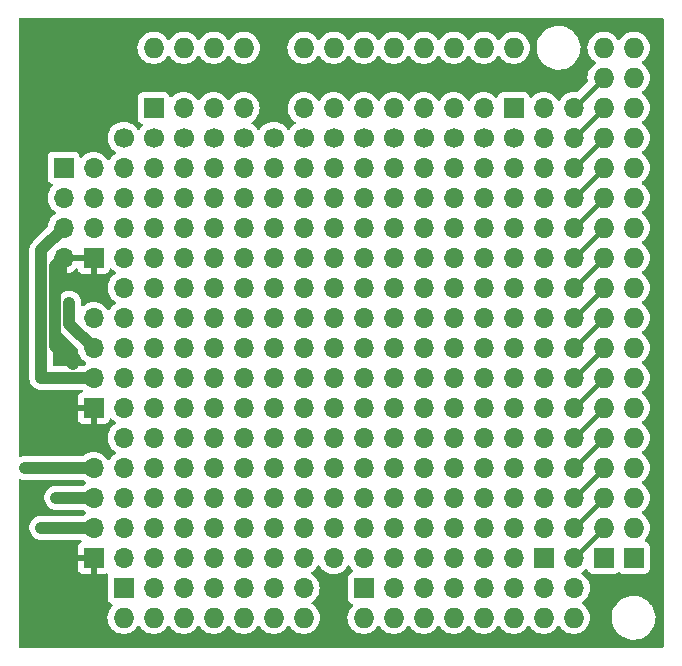
<source format=gbr>
%TF.GenerationSoftware,KiCad,Pcbnew,7.0.2*%
%TF.CreationDate,2023-07-27T18:48:29+02:00*%
%TF.ProjectId,Lochraster,4c6f6368-7261-4737-9465-722e6b696361,rev?*%
%TF.SameCoordinates,Original*%
%TF.FileFunction,Copper,L2,Bot*%
%TF.FilePolarity,Positive*%
%FSLAX46Y46*%
G04 Gerber Fmt 4.6, Leading zero omitted, Abs format (unit mm)*
G04 Created by KiCad (PCBNEW 7.0.2) date 2023-07-27 18:48:29*
%MOMM*%
%LPD*%
G01*
G04 APERTURE LIST*
%TA.AperFunction,ComponentPad*%
%ADD10O,1.727200X1.727200*%
%TD*%
%TA.AperFunction,ComponentPad*%
%ADD11R,1.727200X1.727200*%
%TD*%
%TA.AperFunction,ComponentPad*%
%ADD12C,1.700000*%
%TD*%
%TA.AperFunction,ComponentPad*%
%ADD13O,1.700000X1.700000*%
%TD*%
%TA.AperFunction,ComponentPad*%
%ADD14R,1.700000X1.700000*%
%TD*%
%TA.AperFunction,ViaPad*%
%ADD15C,0.800000*%
%TD*%
%TA.AperFunction,Conductor*%
%ADD16C,1.000000*%
%TD*%
%TA.AperFunction,Conductor*%
%ADD17C,0.400000*%
%TD*%
G04 APERTURE END LIST*
D10*
%TO.P,XA1,5V3,5V*%
%TO.N,unconnected-(XA1-5V-Pad5V3)*%
X205933000Y-54460000D03*
%TO.P,XA1,5V4,5V*%
%TO.N,unconnected-(XA1-5V-Pad5V4)*%
X208473000Y-54460000D03*
%TO.P,XA1,A1,A1*%
%TO.N,Net-(J4-Pin_1)*%
X165293000Y-102720000D03*
%TO.P,XA1,A2,A2*%
%TO.N,Net-(J4-Pin_2)*%
X167833000Y-102720000D03*
%TO.P,XA1,A3,A3*%
%TO.N,Net-(J4-Pin_3)*%
X170373000Y-102720000D03*
%TO.P,XA1,A4,A4*%
%TO.N,Net-(J4-Pin_4)*%
X172913000Y-102720000D03*
%TO.P,XA1,A5,A5*%
%TO.N,Net-(J4-Pin_5)*%
X175453000Y-102720000D03*
%TO.P,XA1,A6,A6*%
%TO.N,Net-(J4-Pin_6)*%
X177993000Y-102720000D03*
%TO.P,XA1,A7,A7*%
%TO.N,Net-(J4-Pin_7)*%
X180533000Y-102720000D03*
%TO.P,XA1,A8,A8*%
%TO.N,Net-(J5-Pin_1)*%
X185613000Y-102720000D03*
%TO.P,XA1,A9,A9*%
%TO.N,Net-(J5-Pin_2)*%
X188153000Y-102720000D03*
%TO.P,XA1,A10,A10*%
%TO.N,Net-(J5-Pin_3)*%
X190693000Y-102720000D03*
%TO.P,XA1,A11,A11*%
%TO.N,Net-(J5-Pin_4)*%
X193233000Y-102720000D03*
%TO.P,XA1,A12,A12*%
%TO.N,Net-(J5-Pin_5)*%
X195773000Y-102720000D03*
%TO.P,XA1,A13,A13*%
%TO.N,Net-(J5-Pin_6)*%
X198313000Y-102720000D03*
%TO.P,XA1,A14,A14*%
%TO.N,Net-(J5-Pin_7)*%
X200853000Y-102720000D03*
%TO.P,XA1,A15,A15*%
%TO.N,Net-(J5-Pin_8)*%
X203393000Y-102720000D03*
%TO.P,XA1,D0,D0/RX0*%
%TO.N,Net-(J6-Pin_4)*%
X175453000Y-54460000D03*
%TO.P,XA1,D1,D1/TX0*%
%TO.N,Net-(J6-Pin_3)*%
X172913000Y-54460000D03*
%TO.P,XA1,D2,D2_INT0*%
%TO.N,Net-(J6-Pin_2)*%
X170373000Y-54460000D03*
%TO.P,XA1,D3,D3_INT1*%
%TO.N,Net-(J6-Pin_1)*%
X167833000Y-54460000D03*
%TO.P,XA1,D14,D14/TX3*%
%TO.N,Net-(J7-Pin_8)*%
X180533000Y-54460000D03*
%TO.P,XA1,D15,D15/RX3*%
%TO.N,Net-(J7-Pin_7)*%
X183073000Y-54460000D03*
%TO.P,XA1,D16,D16/TX2*%
%TO.N,Net-(J7-Pin_6)*%
X185613000Y-54460000D03*
%TO.P,XA1,D17,D17/RX2*%
%TO.N,Net-(J7-Pin_5)*%
X188153000Y-54460000D03*
%TO.P,XA1,D18,D18/TX1*%
%TO.N,Net-(J7-Pin_4)*%
X190693000Y-54460000D03*
%TO.P,XA1,D19,D19/RX1*%
%TO.N,Net-(J7-Pin_3)*%
X193233000Y-54460000D03*
%TO.P,XA1,D20,D20/SDA*%
%TO.N,Net-(J7-Pin_2)*%
X195773000Y-54460000D03*
%TO.P,XA1,D21,D21/SCL*%
%TO.N,Net-(J7-Pin_1)*%
X198313000Y-54460000D03*
%TO.P,XA1,D22,D22*%
%TO.N,Net-(J2-Pin_32)*%
X205933000Y-57000000D03*
%TO.P,XA1,D23,D23*%
%TO.N,Net-(J2-Pin_31)*%
X208473000Y-57000000D03*
%TO.P,XA1,D24,D24*%
%TO.N,Net-(J2-Pin_30)*%
X205933000Y-59540000D03*
%TO.P,XA1,D25,D25*%
%TO.N,Net-(J2-Pin_29)*%
X208473000Y-59540000D03*
%TO.P,XA1,D26,D26*%
%TO.N,Net-(J2-Pin_28)*%
X205933000Y-62080000D03*
%TO.P,XA1,D27,D27*%
%TO.N,Net-(J2-Pin_27)*%
X208473000Y-62080000D03*
%TO.P,XA1,D28,D28*%
%TO.N,Net-(J2-Pin_26)*%
X205933000Y-64620000D03*
%TO.P,XA1,D29,D29*%
%TO.N,Net-(J2-Pin_25)*%
X208473000Y-64620000D03*
%TO.P,XA1,D30,D30*%
%TO.N,Net-(J2-Pin_24)*%
X205933000Y-67160000D03*
%TO.P,XA1,D31,D31*%
%TO.N,Net-(J2-Pin_23)*%
X208473000Y-67160000D03*
%TO.P,XA1,D32,D32*%
%TO.N,Net-(J2-Pin_22)*%
X205933000Y-69700000D03*
%TO.P,XA1,D33,D33*%
%TO.N,Net-(J2-Pin_21)*%
X208473000Y-69700000D03*
%TO.P,XA1,D34,D34*%
%TO.N,Net-(J2-Pin_20)*%
X205933000Y-72240000D03*
%TO.P,XA1,D35,D35*%
%TO.N,Net-(J2-Pin_19)*%
X208473000Y-72240000D03*
%TO.P,XA1,D36,D36*%
%TO.N,Net-(J2-Pin_18)*%
X205933000Y-74780000D03*
%TO.P,XA1,D37,D37*%
%TO.N,Net-(J2-Pin_17)*%
X208473000Y-74780000D03*
%TO.P,XA1,D38,D38*%
%TO.N,Net-(J2-Pin_16)*%
X205933000Y-77320000D03*
%TO.P,XA1,D39,D39*%
%TO.N,Net-(J2-Pin_15)*%
X208473000Y-77320000D03*
%TO.P,XA1,D40,D40*%
%TO.N,Net-(J2-Pin_14)*%
X205933000Y-79860000D03*
%TO.P,XA1,D41,D41*%
%TO.N,Net-(J2-Pin_13)*%
X208473000Y-79860000D03*
%TO.P,XA1,D42,D42*%
%TO.N,Net-(J2-Pin_12)*%
X205933000Y-82400000D03*
%TO.P,XA1,D43,D43*%
%TO.N,Net-(J2-Pin_11)*%
X208473000Y-82400000D03*
%TO.P,XA1,D44,D44*%
%TO.N,Net-(J2-Pin_10)*%
X205933000Y-84940000D03*
%TO.P,XA1,D45,D45*%
%TO.N,Net-(J2-Pin_9)*%
X208473000Y-84940000D03*
%TO.P,XA1,D46,D46*%
%TO.N,Net-(J2-Pin_8)*%
X205933000Y-87480000D03*
%TO.P,XA1,D47,D47*%
%TO.N,Net-(J2-Pin_7)*%
X208473000Y-87480000D03*
%TO.P,XA1,D48,D48*%
%TO.N,Net-(J2-Pin_6)*%
X205933000Y-90020000D03*
%TO.P,XA1,D49,D49*%
%TO.N,Net-(J2-Pin_5)*%
X208473000Y-90020000D03*
%TO.P,XA1,D50,D50_MISO*%
%TO.N,Net-(J2-Pin_4)*%
X205933000Y-92560000D03*
%TO.P,XA1,D51,D51_MOSI*%
%TO.N,Net-(J2-Pin_3)*%
X208473000Y-92560000D03*
%TO.P,XA1,D52,D52_SCK*%
%TO.N,Net-(J2-Pin_2)*%
X205933000Y-95100000D03*
%TO.P,XA1,D53,D53_CS*%
%TO.N,Net-(J2-Pin_1)*%
X208473000Y-95100000D03*
D11*
%TO.P,XA1,GND5,GND*%
%TO.N,unconnected-(XA1-GND-PadGND5)*%
X205933000Y-97640000D03*
%TO.P,XA1,GND6,GND*%
%TO.N,unconnected-(XA1-GND-PadGND6)*%
X208473000Y-97640000D03*
%TD*%
D12*
%TO.P,REF\u002A\u002A,1*%
%TO.N,N/C*%
X195773000Y-62080000D03*
D13*
%TO.P,REF\u002A\u002A,2*%
X195773000Y-64620000D03*
%TO.P,REF\u002A\u002A,3*%
X195773000Y-67160000D03*
%TO.P,REF\u002A\u002A,4*%
X195773000Y-69700000D03*
%TO.P,REF\u002A\u002A,5*%
X195773000Y-72240000D03*
%TO.P,REF\u002A\u002A,6*%
X195773000Y-74780000D03*
%TO.P,REF\u002A\u002A,7*%
X195773000Y-77320000D03*
%TO.P,REF\u002A\u002A,8*%
X195773000Y-79860000D03*
%TO.P,REF\u002A\u002A,9*%
X195773000Y-82400000D03*
%TO.P,REF\u002A\u002A,10*%
X195773000Y-84940000D03*
%TO.P,REF\u002A\u002A,11*%
X195773000Y-87480000D03*
%TO.P,REF\u002A\u002A,12*%
X195773000Y-90020000D03*
%TO.P,REF\u002A\u002A,13*%
X195773000Y-92560000D03*
%TO.P,REF\u002A\u002A,14*%
X195773000Y-95100000D03*
%TO.P,REF\u002A\u002A,15*%
X195773000Y-97640000D03*
%TD*%
D14*
%TO.P,J6,1,Pin_1*%
%TO.N,Net-(J6-Pin_1)*%
X167833000Y-59545000D03*
D13*
%TO.P,J6,2,Pin_2*%
%TO.N,Net-(J6-Pin_2)*%
X170373000Y-59545000D03*
%TO.P,J6,3,Pin_3*%
%TO.N,Net-(J6-Pin_3)*%
X172913000Y-59545000D03*
%TO.P,J6,4,Pin_4*%
%TO.N,Net-(J6-Pin_4)*%
X175453000Y-59545000D03*
%TD*%
D14*
%TO.P,J7,1,Pin_1*%
%TO.N,Net-(J7-Pin_1)*%
X198313000Y-59570000D03*
D13*
%TO.P,J7,2,Pin_2*%
%TO.N,Net-(J7-Pin_2)*%
X195773000Y-59570000D03*
%TO.P,J7,3,Pin_3*%
%TO.N,Net-(J7-Pin_3)*%
X193233000Y-59570000D03*
%TO.P,J7,4,Pin_4*%
%TO.N,Net-(J7-Pin_4)*%
X190693000Y-59570000D03*
%TO.P,J7,5,Pin_5*%
%TO.N,Net-(J7-Pin_5)*%
X188153000Y-59570000D03*
%TO.P,J7,6,Pin_6*%
%TO.N,Net-(J7-Pin_6)*%
X185613000Y-59570000D03*
%TO.P,J7,7,Pin_7*%
%TO.N,Net-(J7-Pin_7)*%
X183073000Y-59570000D03*
%TO.P,J7,8,Pin_8*%
%TO.N,Net-(J7-Pin_8)*%
X180533000Y-59570000D03*
%TD*%
D12*
%TO.P,REF\u002A\u002A,1*%
%TO.N,N/C*%
X172913000Y-62080000D03*
D13*
%TO.P,REF\u002A\u002A,2*%
X172913000Y-64620000D03*
%TO.P,REF\u002A\u002A,3*%
X172913000Y-67160000D03*
%TO.P,REF\u002A\u002A,4*%
X172913000Y-69700000D03*
%TO.P,REF\u002A\u002A,5*%
X172913000Y-72240000D03*
%TO.P,REF\u002A\u002A,6*%
X172913000Y-74780000D03*
%TO.P,REF\u002A\u002A,7*%
X172913000Y-77320000D03*
%TO.P,REF\u002A\u002A,8*%
X172913000Y-79860000D03*
%TO.P,REF\u002A\u002A,9*%
X172913000Y-82400000D03*
%TO.P,REF\u002A\u002A,10*%
X172913000Y-84940000D03*
%TO.P,REF\u002A\u002A,11*%
X172913000Y-87480000D03*
%TO.P,REF\u002A\u002A,12*%
X172913000Y-90020000D03*
%TO.P,REF\u002A\u002A,13*%
X172913000Y-92560000D03*
%TO.P,REF\u002A\u002A,14*%
X172913000Y-95100000D03*
%TO.P,REF\u002A\u002A,15*%
X172913000Y-97640000D03*
%TD*%
D12*
%TO.P,REF\u002A\u002A,1*%
%TO.N,N/C*%
X177993000Y-62080000D03*
D13*
%TO.P,REF\u002A\u002A,2*%
X177993000Y-64620000D03*
%TO.P,REF\u002A\u002A,3*%
X177993000Y-67160000D03*
%TO.P,REF\u002A\u002A,4*%
X177993000Y-69700000D03*
%TO.P,REF\u002A\u002A,5*%
X177993000Y-72240000D03*
%TO.P,REF\u002A\u002A,6*%
X177993000Y-74780000D03*
%TO.P,REF\u002A\u002A,7*%
X177993000Y-77320000D03*
%TO.P,REF\u002A\u002A,8*%
X177993000Y-79860000D03*
%TO.P,REF\u002A\u002A,9*%
X177993000Y-82400000D03*
%TO.P,REF\u002A\u002A,10*%
X177993000Y-84940000D03*
%TO.P,REF\u002A\u002A,11*%
X177993000Y-87480000D03*
%TO.P,REF\u002A\u002A,12*%
X177993000Y-90020000D03*
%TO.P,REF\u002A\u002A,13*%
X177993000Y-92560000D03*
%TO.P,REF\u002A\u002A,14*%
X177993000Y-95100000D03*
%TO.P,REF\u002A\u002A,15*%
X177993000Y-97640000D03*
%TD*%
D12*
%TO.P,REF\u002A\u002A,1*%
%TO.N,N/C*%
X167833000Y-62080000D03*
D13*
%TO.P,REF\u002A\u002A,2*%
X167833000Y-64620000D03*
%TO.P,REF\u002A\u002A,3*%
X167833000Y-67160000D03*
%TO.P,REF\u002A\u002A,4*%
X167833000Y-69700000D03*
%TO.P,REF\u002A\u002A,5*%
X167833000Y-72240000D03*
%TO.P,REF\u002A\u002A,6*%
X167833000Y-74780000D03*
%TO.P,REF\u002A\u002A,7*%
X167833000Y-77320000D03*
%TO.P,REF\u002A\u002A,8*%
X167833000Y-79860000D03*
%TO.P,REF\u002A\u002A,9*%
X167833000Y-82400000D03*
%TO.P,REF\u002A\u002A,10*%
X167833000Y-84940000D03*
%TO.P,REF\u002A\u002A,11*%
X167833000Y-87480000D03*
%TO.P,REF\u002A\u002A,12*%
X167833000Y-90020000D03*
%TO.P,REF\u002A\u002A,13*%
X167833000Y-92560000D03*
%TO.P,REF\u002A\u002A,14*%
X167833000Y-95100000D03*
%TO.P,REF\u002A\u002A,15*%
X167833000Y-97640000D03*
%TD*%
D12*
%TO.P,REF\u002A\u002A,1*%
%TO.N,N/C*%
X198313000Y-62080000D03*
D13*
%TO.P,REF\u002A\u002A,2*%
X198313000Y-64620000D03*
%TO.P,REF\u002A\u002A,3*%
X198313000Y-67160000D03*
%TO.P,REF\u002A\u002A,4*%
X198313000Y-69700000D03*
%TO.P,REF\u002A\u002A,5*%
X198313000Y-72240000D03*
%TO.P,REF\u002A\u002A,6*%
X198313000Y-74780000D03*
%TO.P,REF\u002A\u002A,7*%
X198313000Y-77320000D03*
%TO.P,REF\u002A\u002A,8*%
X198313000Y-79860000D03*
%TO.P,REF\u002A\u002A,9*%
X198313000Y-82400000D03*
%TO.P,REF\u002A\u002A,10*%
X198313000Y-84940000D03*
%TO.P,REF\u002A\u002A,11*%
X198313000Y-87480000D03*
%TO.P,REF\u002A\u002A,12*%
X198313000Y-90020000D03*
%TO.P,REF\u002A\u002A,13*%
X198313000Y-92560000D03*
%TO.P,REF\u002A\u002A,14*%
X198313000Y-95100000D03*
%TO.P,REF\u002A\u002A,15*%
X198313000Y-97640000D03*
%TD*%
D14*
%TO.P,J2,1,Pin_1*%
%TO.N,Net-(J2-Pin_1)*%
X200853000Y-97670000D03*
D13*
%TO.P,J2,2,Pin_2*%
%TO.N,Net-(J2-Pin_2)*%
X203393000Y-97670000D03*
%TO.P,J2,3,Pin_3*%
%TO.N,Net-(J2-Pin_3)*%
X200853000Y-95130000D03*
%TO.P,J2,4,Pin_4*%
%TO.N,Net-(J2-Pin_4)*%
X203393000Y-95130000D03*
%TO.P,J2,5,Pin_5*%
%TO.N,Net-(J2-Pin_5)*%
X200853000Y-92590000D03*
%TO.P,J2,6,Pin_6*%
%TO.N,Net-(J2-Pin_6)*%
X203393000Y-92590000D03*
%TO.P,J2,7,Pin_7*%
%TO.N,Net-(J2-Pin_7)*%
X200853000Y-90050000D03*
%TO.P,J2,8,Pin_8*%
%TO.N,Net-(J2-Pin_8)*%
X203393000Y-90050000D03*
%TO.P,J2,9,Pin_9*%
%TO.N,Net-(J2-Pin_9)*%
X200853000Y-87510000D03*
%TO.P,J2,10,Pin_10*%
%TO.N,Net-(J2-Pin_10)*%
X203393000Y-87510000D03*
%TO.P,J2,11,Pin_11*%
%TO.N,Net-(J2-Pin_11)*%
X200853000Y-84970000D03*
%TO.P,J2,12,Pin_12*%
%TO.N,Net-(J2-Pin_12)*%
X203393000Y-84970000D03*
%TO.P,J2,13,Pin_13*%
%TO.N,Net-(J2-Pin_13)*%
X200853000Y-82430000D03*
%TO.P,J2,14,Pin_14*%
%TO.N,Net-(J2-Pin_14)*%
X203393000Y-82430000D03*
%TO.P,J2,15,Pin_15*%
%TO.N,Net-(J2-Pin_15)*%
X200853000Y-79890000D03*
%TO.P,J2,16,Pin_16*%
%TO.N,Net-(J2-Pin_16)*%
X203393000Y-79890000D03*
%TO.P,J2,17,Pin_17*%
%TO.N,Net-(J2-Pin_17)*%
X200853000Y-77350000D03*
%TO.P,J2,18,Pin_18*%
%TO.N,Net-(J2-Pin_18)*%
X203393000Y-77350000D03*
%TO.P,J2,19,Pin_19*%
%TO.N,Net-(J2-Pin_19)*%
X200853000Y-74810000D03*
%TO.P,J2,20,Pin_20*%
%TO.N,Net-(J2-Pin_20)*%
X203393000Y-74810000D03*
%TO.P,J2,21,Pin_21*%
%TO.N,Net-(J2-Pin_21)*%
X200853000Y-72270000D03*
%TO.P,J2,22,Pin_22*%
%TO.N,Net-(J2-Pin_22)*%
X203393000Y-72270000D03*
%TO.P,J2,23,Pin_23*%
%TO.N,Net-(J2-Pin_23)*%
X200853000Y-69730000D03*
%TO.P,J2,24,Pin_24*%
%TO.N,Net-(J2-Pin_24)*%
X203393000Y-69730000D03*
%TO.P,J2,25,Pin_25*%
%TO.N,Net-(J2-Pin_25)*%
X200853000Y-67190000D03*
%TO.P,J2,26,Pin_26*%
%TO.N,Net-(J2-Pin_26)*%
X203393000Y-67190000D03*
%TO.P,J2,27,Pin_27*%
%TO.N,Net-(J2-Pin_27)*%
X200853000Y-64650000D03*
%TO.P,J2,28,Pin_28*%
%TO.N,Net-(J2-Pin_28)*%
X203393000Y-64650000D03*
%TO.P,J2,29,Pin_29*%
%TO.N,Net-(J2-Pin_29)*%
X200853000Y-62110000D03*
%TO.P,J2,30,Pin_30*%
%TO.N,Net-(J2-Pin_30)*%
X203393000Y-62110000D03*
%TO.P,J2,31,Pin_31*%
%TO.N,Net-(J2-Pin_31)*%
X200853000Y-59570000D03*
%TO.P,J2,32,Pin_32*%
%TO.N,Net-(J2-Pin_32)*%
X203393000Y-59570000D03*
%TD*%
D12*
%TO.P,REF\u002A\u002A,1*%
%TO.N,N/C*%
X193233000Y-62080000D03*
D13*
%TO.P,REF\u002A\u002A,2*%
X193233000Y-64620000D03*
%TO.P,REF\u002A\u002A,3*%
X193233000Y-67160000D03*
%TO.P,REF\u002A\u002A,4*%
X193233000Y-69700000D03*
%TO.P,REF\u002A\u002A,5*%
X193233000Y-72240000D03*
%TO.P,REF\u002A\u002A,6*%
X193233000Y-74780000D03*
%TO.P,REF\u002A\u002A,7*%
X193233000Y-77320000D03*
%TO.P,REF\u002A\u002A,8*%
X193233000Y-79860000D03*
%TO.P,REF\u002A\u002A,9*%
X193233000Y-82400000D03*
%TO.P,REF\u002A\u002A,10*%
X193233000Y-84940000D03*
%TO.P,REF\u002A\u002A,11*%
X193233000Y-87480000D03*
%TO.P,REF\u002A\u002A,12*%
X193233000Y-90020000D03*
%TO.P,REF\u002A\u002A,13*%
X193233000Y-92560000D03*
%TO.P,REF\u002A\u002A,14*%
X193233000Y-95100000D03*
%TO.P,REF\u002A\u002A,15*%
X193233000Y-97640000D03*
%TD*%
D14*
%TO.P,J8,1,Pin_1*%
%TO.N,Net-(J1-Pin_4)*%
X162753000Y-97670000D03*
D13*
%TO.P,J8,2,Pin_2*%
%TO.N,Net-(J1-Pin_3)*%
X162753000Y-95130000D03*
%TO.P,J8,3,Pin_3*%
%TO.N,Net-(J1-Pin_2)*%
X162753000Y-92590000D03*
%TO.P,J8,4,Pin_4*%
%TO.N,Net-(J1-Pin_1)*%
X162753000Y-90050000D03*
%TD*%
D14*
%TO.P,J5,1,Pin_1*%
%TO.N,Net-(J5-Pin_1)*%
X185628000Y-100185000D03*
D13*
%TO.P,J5,2,Pin_2*%
%TO.N,Net-(J5-Pin_2)*%
X188168000Y-100185000D03*
%TO.P,J5,3,Pin_3*%
%TO.N,Net-(J5-Pin_3)*%
X190708000Y-100185000D03*
%TO.P,J5,4,Pin_4*%
%TO.N,Net-(J5-Pin_4)*%
X193248000Y-100185000D03*
%TO.P,J5,5,Pin_5*%
%TO.N,Net-(J5-Pin_5)*%
X195788000Y-100185000D03*
%TO.P,J5,6,Pin_6*%
%TO.N,Net-(J5-Pin_6)*%
X198328000Y-100185000D03*
%TO.P,J5,7,Pin_7*%
%TO.N,Net-(J5-Pin_7)*%
X200868000Y-100185000D03*
%TO.P,J5,8,Pin_8*%
%TO.N,Net-(J5-Pin_8)*%
X203408000Y-100185000D03*
%TD*%
D12*
%TO.P,REF\u002A\u002A,1*%
%TO.N,N/C*%
X188153000Y-62080000D03*
D13*
%TO.P,REF\u002A\u002A,2*%
X188153000Y-64620000D03*
%TO.P,REF\u002A\u002A,3*%
X188153000Y-67160000D03*
%TO.P,REF\u002A\u002A,4*%
X188153000Y-69700000D03*
%TO.P,REF\u002A\u002A,5*%
X188153000Y-72240000D03*
%TO.P,REF\u002A\u002A,6*%
X188153000Y-74780000D03*
%TO.P,REF\u002A\u002A,7*%
X188153000Y-77320000D03*
%TO.P,REF\u002A\u002A,8*%
X188153000Y-79860000D03*
%TO.P,REF\u002A\u002A,9*%
X188153000Y-82400000D03*
%TO.P,REF\u002A\u002A,10*%
X188153000Y-84940000D03*
%TO.P,REF\u002A\u002A,11*%
X188153000Y-87480000D03*
%TO.P,REF\u002A\u002A,12*%
X188153000Y-90020000D03*
%TO.P,REF\u002A\u002A,13*%
X188153000Y-92560000D03*
%TO.P,REF\u002A\u002A,14*%
X188153000Y-95100000D03*
%TO.P,REF\u002A\u002A,15*%
X188153000Y-97640000D03*
%TD*%
D12*
%TO.P,REF\u002A\u002A,1*%
%TO.N,N/C*%
X165293000Y-62080000D03*
D13*
%TO.P,REF\u002A\u002A,2*%
X165293000Y-64620000D03*
%TO.P,REF\u002A\u002A,3*%
X165293000Y-67160000D03*
%TO.P,REF\u002A\u002A,4*%
X165293000Y-69700000D03*
%TO.P,REF\u002A\u002A,5*%
X165293000Y-72240000D03*
%TO.P,REF\u002A\u002A,6*%
X165293000Y-74780000D03*
%TO.P,REF\u002A\u002A,7*%
X165293000Y-77320000D03*
%TO.P,REF\u002A\u002A,8*%
X165293000Y-79860000D03*
%TO.P,REF\u002A\u002A,9*%
X165293000Y-82400000D03*
%TO.P,REF\u002A\u002A,10*%
X165293000Y-84940000D03*
%TO.P,REF\u002A\u002A,11*%
X165293000Y-87480000D03*
%TO.P,REF\u002A\u002A,12*%
X165293000Y-90020000D03*
%TO.P,REF\u002A\u002A,13*%
X165293000Y-92560000D03*
%TO.P,REF\u002A\u002A,14*%
X165293000Y-95100000D03*
%TO.P,REF\u002A\u002A,15*%
X165293000Y-97640000D03*
%TD*%
D14*
%TO.P,J4,1,Pin_1*%
%TO.N,Net-(J4-Pin_1)*%
X165293000Y-100210000D03*
D13*
%TO.P,J4,2,Pin_2*%
%TO.N,Net-(J4-Pin_2)*%
X167833000Y-100210000D03*
%TO.P,J4,3,Pin_3*%
%TO.N,Net-(J4-Pin_3)*%
X170373000Y-100210000D03*
%TO.P,J4,4,Pin_4*%
%TO.N,Net-(J4-Pin_4)*%
X172913000Y-100210000D03*
%TO.P,J4,5,Pin_5*%
%TO.N,Net-(J4-Pin_5)*%
X175453000Y-100210000D03*
%TO.P,J4,6,Pin_6*%
%TO.N,Net-(J4-Pin_6)*%
X177993000Y-100210000D03*
%TO.P,J4,7,Pin_7*%
%TO.N,Net-(J4-Pin_7)*%
X180533000Y-100210000D03*
%TD*%
D14*
%TO.P,J9,1,Pin_1*%
%TO.N,Net-(J1-Pin_4)*%
X162753000Y-84970000D03*
D13*
%TO.P,J9,2,Pin_2*%
%TO.N,Net-(J1-Pin_3)*%
X162753000Y-82430000D03*
%TO.P,J9,3,Pin_3*%
%TO.N,Net-(J1-Pin_2)*%
X162753000Y-79890000D03*
%TO.P,J9,4,Pin_4*%
%TO.N,Net-(J1-Pin_1)*%
X162753000Y-77350000D03*
%TD*%
D12*
%TO.P,REF\u002A\u002A,1*%
%TO.N,N/C*%
X190693000Y-62080000D03*
D13*
%TO.P,REF\u002A\u002A,2*%
X190693000Y-64620000D03*
%TO.P,REF\u002A\u002A,3*%
X190693000Y-67160000D03*
%TO.P,REF\u002A\u002A,4*%
X190693000Y-69700000D03*
%TO.P,REF\u002A\u002A,5*%
X190693000Y-72240000D03*
%TO.P,REF\u002A\u002A,6*%
X190693000Y-74780000D03*
%TO.P,REF\u002A\u002A,7*%
X190693000Y-77320000D03*
%TO.P,REF\u002A\u002A,8*%
X190693000Y-79860000D03*
%TO.P,REF\u002A\u002A,9*%
X190693000Y-82400000D03*
%TO.P,REF\u002A\u002A,10*%
X190693000Y-84940000D03*
%TO.P,REF\u002A\u002A,11*%
X190693000Y-87480000D03*
%TO.P,REF\u002A\u002A,12*%
X190693000Y-90020000D03*
%TO.P,REF\u002A\u002A,13*%
X190693000Y-92560000D03*
%TO.P,REF\u002A\u002A,14*%
X190693000Y-95100000D03*
%TO.P,REF\u002A\u002A,15*%
X190693000Y-97640000D03*
%TD*%
D12*
%TO.P,REF\u002A\u002A,1*%
%TO.N,N/C*%
X170373000Y-62080000D03*
D13*
%TO.P,REF\u002A\u002A,2*%
X170373000Y-64620000D03*
%TO.P,REF\u002A\u002A,3*%
X170373000Y-67160000D03*
%TO.P,REF\u002A\u002A,4*%
X170373000Y-69700000D03*
%TO.P,REF\u002A\u002A,5*%
X170373000Y-72240000D03*
%TO.P,REF\u002A\u002A,6*%
X170373000Y-74780000D03*
%TO.P,REF\u002A\u002A,7*%
X170373000Y-77320000D03*
%TO.P,REF\u002A\u002A,8*%
X170373000Y-79860000D03*
%TO.P,REF\u002A\u002A,9*%
X170373000Y-82400000D03*
%TO.P,REF\u002A\u002A,10*%
X170373000Y-84940000D03*
%TO.P,REF\u002A\u002A,11*%
X170373000Y-87480000D03*
%TO.P,REF\u002A\u002A,12*%
X170373000Y-90020000D03*
%TO.P,REF\u002A\u002A,13*%
X170373000Y-92560000D03*
%TO.P,REF\u002A\u002A,14*%
X170373000Y-95100000D03*
%TO.P,REF\u002A\u002A,15*%
X170373000Y-97640000D03*
%TD*%
D14*
%TO.P,J1,1,Pin_1*%
%TO.N,Net-(J1-Pin_1)*%
X160213000Y-64620000D03*
D13*
%TO.P,J1,2,Pin_2*%
%TO.N,Net-(J1-Pin_2)*%
X160213000Y-67160000D03*
%TO.P,J1,3,Pin_3*%
%TO.N,Net-(J1-Pin_3)*%
X160213000Y-69700000D03*
%TO.P,J1,4,Pin_4*%
%TO.N,Net-(J1-Pin_4)*%
X160213000Y-72240000D03*
%TD*%
D12*
%TO.P,REF\u002A\u002A,1*%
%TO.N,N/C*%
X185613000Y-62080000D03*
D13*
%TO.P,REF\u002A\u002A,2*%
X185613000Y-64620000D03*
%TO.P,REF\u002A\u002A,3*%
X185613000Y-67160000D03*
%TO.P,REF\u002A\u002A,4*%
X185613000Y-69700000D03*
%TO.P,REF\u002A\u002A,5*%
X185613000Y-72240000D03*
%TO.P,REF\u002A\u002A,6*%
X185613000Y-74780000D03*
%TO.P,REF\u002A\u002A,7*%
X185613000Y-77320000D03*
%TO.P,REF\u002A\u002A,8*%
X185613000Y-79860000D03*
%TO.P,REF\u002A\u002A,9*%
X185613000Y-82400000D03*
%TO.P,REF\u002A\u002A,10*%
X185613000Y-84940000D03*
%TO.P,REF\u002A\u002A,11*%
X185613000Y-87480000D03*
%TO.P,REF\u002A\u002A,12*%
X185613000Y-90020000D03*
%TO.P,REF\u002A\u002A,13*%
X185613000Y-92560000D03*
%TO.P,REF\u002A\u002A,14*%
X185613000Y-95100000D03*
%TO.P,REF\u002A\u002A,15*%
X185613000Y-97640000D03*
%TD*%
D12*
%TO.P,REF\u002A\u002A,1*%
%TO.N,N/C*%
X180533000Y-62080000D03*
D13*
%TO.P,REF\u002A\u002A,2*%
X180533000Y-64620000D03*
%TO.P,REF\u002A\u002A,3*%
X180533000Y-67160000D03*
%TO.P,REF\u002A\u002A,4*%
X180533000Y-69700000D03*
%TO.P,REF\u002A\u002A,5*%
X180533000Y-72240000D03*
%TO.P,REF\u002A\u002A,6*%
X180533000Y-74780000D03*
%TO.P,REF\u002A\u002A,7*%
X180533000Y-77320000D03*
%TO.P,REF\u002A\u002A,8*%
X180533000Y-79860000D03*
%TO.P,REF\u002A\u002A,9*%
X180533000Y-82400000D03*
%TO.P,REF\u002A\u002A,10*%
X180533000Y-84940000D03*
%TO.P,REF\u002A\u002A,11*%
X180533000Y-87480000D03*
%TO.P,REF\u002A\u002A,12*%
X180533000Y-90020000D03*
%TO.P,REF\u002A\u002A,13*%
X180533000Y-92560000D03*
%TO.P,REF\u002A\u002A,14*%
X180533000Y-95100000D03*
%TO.P,REF\u002A\u002A,15*%
X180533000Y-97640000D03*
%TD*%
D14*
%TO.P,J3,1,Pin_1*%
%TO.N,Net-(J1-Pin_4)*%
X162753000Y-72270000D03*
D13*
%TO.P,J3,2,Pin_2*%
%TO.N,Net-(J1-Pin_3)*%
X162753000Y-69730000D03*
%TO.P,J3,3,Pin_3*%
%TO.N,Net-(J1-Pin_2)*%
X162753000Y-67190000D03*
%TO.P,J3,4,Pin_4*%
%TO.N,Net-(J1-Pin_1)*%
X162753000Y-64650000D03*
%TD*%
D12*
%TO.P,REF\u002A\u002A,1*%
%TO.N,N/C*%
X175453000Y-62080000D03*
D13*
%TO.P,REF\u002A\u002A,2*%
X175453000Y-64620000D03*
%TO.P,REF\u002A\u002A,3*%
X175453000Y-67160000D03*
%TO.P,REF\u002A\u002A,4*%
X175453000Y-69700000D03*
%TO.P,REF\u002A\u002A,5*%
X175453000Y-72240000D03*
%TO.P,REF\u002A\u002A,6*%
X175453000Y-74780000D03*
%TO.P,REF\u002A\u002A,7*%
X175453000Y-77320000D03*
%TO.P,REF\u002A\u002A,8*%
X175453000Y-79860000D03*
%TO.P,REF\u002A\u002A,9*%
X175453000Y-82400000D03*
%TO.P,REF\u002A\u002A,10*%
X175453000Y-84940000D03*
%TO.P,REF\u002A\u002A,11*%
X175453000Y-87480000D03*
%TO.P,REF\u002A\u002A,12*%
X175453000Y-90020000D03*
%TO.P,REF\u002A\u002A,13*%
X175453000Y-92560000D03*
%TO.P,REF\u002A\u002A,14*%
X175453000Y-95100000D03*
%TO.P,REF\u002A\u002A,15*%
X175453000Y-97640000D03*
%TD*%
D12*
%TO.P,REF\u002A\u002A,1*%
%TO.N,N/C*%
X183073000Y-62080000D03*
D13*
%TO.P,REF\u002A\u002A,2*%
X183073000Y-64620000D03*
%TO.P,REF\u002A\u002A,3*%
X183073000Y-67160000D03*
%TO.P,REF\u002A\u002A,4*%
X183073000Y-69700000D03*
%TO.P,REF\u002A\u002A,5*%
X183073000Y-72240000D03*
%TO.P,REF\u002A\u002A,6*%
X183073000Y-74780000D03*
%TO.P,REF\u002A\u002A,7*%
X183073000Y-77320000D03*
%TO.P,REF\u002A\u002A,8*%
X183073000Y-79860000D03*
%TO.P,REF\u002A\u002A,9*%
X183073000Y-82400000D03*
%TO.P,REF\u002A\u002A,10*%
X183073000Y-84940000D03*
%TO.P,REF\u002A\u002A,11*%
X183073000Y-87480000D03*
%TO.P,REF\u002A\u002A,12*%
X183073000Y-90020000D03*
%TO.P,REF\u002A\u002A,13*%
X183073000Y-92560000D03*
%TO.P,REF\u002A\u002A,14*%
X183073000Y-95100000D03*
%TO.P,REF\u002A\u002A,15*%
X183073000Y-97640000D03*
%TD*%
D15*
%TO.N,Net-(J1-Pin_1)*%
X156933000Y-90050000D03*
%TO.N,Net-(J1-Pin_2)*%
X159578000Y-92560000D03*
X160707001Y-76050000D03*
%TO.N,Net-(J1-Pin_3)*%
X158308000Y-95100000D03*
X158307502Y-82400000D03*
%TO.N,Net-(J1-Pin_4)*%
X157927000Y-63096000D03*
X160990676Y-81200500D03*
%TD*%
D16*
%TO.N,Net-(J1-Pin_1)*%
X162753000Y-90050000D02*
X156933000Y-90050000D01*
X156903000Y-90020000D02*
X156933000Y-90050000D01*
%TO.N,Net-(J1-Pin_2)*%
X159608000Y-92590000D02*
X159578000Y-92560000D01*
X162753000Y-79890000D02*
X160707001Y-77844001D01*
X160707001Y-77844001D02*
X160707001Y-76050000D01*
X162753000Y-92590000D02*
X159608000Y-92590000D01*
%TO.N,Net-(J1-Pin_3)*%
X162723000Y-82400000D02*
X158307502Y-82400000D01*
X160213000Y-69700000D02*
X158307501Y-71605499D01*
X162753000Y-95130000D02*
X158338000Y-95130000D01*
X162753000Y-82430000D02*
X162723000Y-82400000D01*
X158307501Y-71605499D02*
X158307502Y-82400000D01*
X158338000Y-95130000D02*
X158308000Y-95100000D01*
%TO.N,Net-(J1-Pin_4)*%
X159507501Y-72945499D02*
X159507501Y-79717325D01*
X160213000Y-72240000D02*
X159507501Y-72945499D01*
X159507501Y-79717325D02*
X160990676Y-81200500D01*
D17*
%TO.N,Net-(J2-Pin_2)*%
X203393000Y-97670000D02*
X203393000Y-97640000D01*
X203393000Y-97640000D02*
X205933000Y-95100000D01*
%TO.N,Net-(J2-Pin_4)*%
X203393000Y-95100000D02*
X205933000Y-92560000D01*
X203393000Y-95130000D02*
X203393000Y-95100000D01*
%TO.N,Net-(J2-Pin_6)*%
X203393000Y-92560000D02*
X205933000Y-90020000D01*
X203393000Y-92590000D02*
X203393000Y-92560000D01*
%TO.N,Net-(J2-Pin_8)*%
X203393000Y-90020000D02*
X205933000Y-87480000D01*
X203393000Y-90050000D02*
X203393000Y-90020000D01*
%TO.N,Net-(J2-Pin_10)*%
X203393000Y-87510000D02*
X203393000Y-87480000D01*
X203393000Y-87480000D02*
X205933000Y-84940000D01*
%TO.N,Net-(J2-Pin_12)*%
X203393000Y-84970000D02*
X203393000Y-84940000D01*
X203393000Y-84940000D02*
X205933000Y-82400000D01*
%TO.N,Net-(J2-Pin_14)*%
X203393000Y-82400000D02*
X205933000Y-79860000D01*
X203393000Y-82430000D02*
X203393000Y-82400000D01*
%TO.N,Net-(J2-Pin_16)*%
X203393000Y-79860000D02*
X205933000Y-77320000D01*
X203393000Y-79890000D02*
X203393000Y-79860000D01*
%TO.N,Net-(J2-Pin_18)*%
X203393000Y-77350000D02*
X203393000Y-77320000D01*
X203393000Y-77320000D02*
X205933000Y-74780000D01*
%TO.N,Net-(J2-Pin_20)*%
X203393000Y-74810000D02*
X203393000Y-74780000D01*
X203393000Y-74780000D02*
X205933000Y-72240000D01*
%TO.N,Net-(J2-Pin_22)*%
X203393000Y-72240000D02*
X205933000Y-69700000D01*
X203393000Y-72270000D02*
X203393000Y-72240000D01*
%TO.N,Net-(J2-Pin_24)*%
X203393000Y-69730000D02*
X203393000Y-69700000D01*
X203393000Y-69700000D02*
X205933000Y-67160000D01*
%TO.N,Net-(J2-Pin_26)*%
X203393000Y-67160000D02*
X205933000Y-64620000D01*
X203393000Y-67190000D02*
X203393000Y-67160000D01*
%TO.N,Net-(J2-Pin_28)*%
X205933000Y-62110000D02*
X205933000Y-62080000D01*
X203393000Y-64650000D02*
X205933000Y-62110000D01*
%TO.N,Net-(J2-Pin_30)*%
X203393000Y-62110000D02*
X203393000Y-62080000D01*
X203393000Y-62080000D02*
X205933000Y-59540000D01*
%TO.N,Net-(J2-Pin_32)*%
X203393000Y-59540000D02*
X205933000Y-57000000D01*
X203393000Y-59570000D02*
X203393000Y-59540000D01*
%TD*%
%TA.AperFunction,Conductor*%
%TO.N,Net-(J1-Pin_4)*%
G36*
X210955539Y-51940185D02*
G01*
X211001294Y-51992989D01*
X211012500Y-52044500D01*
X211012500Y-105136000D01*
X210992815Y-105203039D01*
X210940011Y-105248794D01*
X210888500Y-105260000D01*
X156527500Y-105260000D01*
X156460461Y-105240315D01*
X156414706Y-105187511D01*
X156403500Y-105136000D01*
X156403500Y-91103599D01*
X156423185Y-91036560D01*
X156475989Y-90990805D01*
X156545147Y-90980861D01*
X156561595Y-90984379D01*
X156589200Y-90992277D01*
X156603970Y-90997535D01*
X156631942Y-91009540D01*
X156631945Y-91009540D01*
X156631946Y-91009541D01*
X156689726Y-91021414D01*
X156698869Y-91023657D01*
X156755582Y-91039886D01*
X156785920Y-91042196D01*
X156801448Y-91044373D01*
X156831259Y-91050500D01*
X156890244Y-91050500D01*
X156899659Y-91050858D01*
X156903806Y-91051173D01*
X156958476Y-91055337D01*
X156985278Y-91051923D01*
X156988652Y-91051494D01*
X157004317Y-91050500D01*
X161792242Y-91050500D01*
X161859281Y-91070185D01*
X161879923Y-91086819D01*
X161881599Y-91088495D01*
X162067160Y-91218426D01*
X162110783Y-91273002D01*
X162117976Y-91342501D01*
X162086454Y-91404855D01*
X162067158Y-91421575D01*
X161924440Y-91521508D01*
X161881595Y-91551508D01*
X161879923Y-91553181D01*
X161876669Y-91554957D01*
X161872713Y-91557728D01*
X161872403Y-91557286D01*
X161818600Y-91586666D01*
X161792242Y-91589500D01*
X159840562Y-91589500D01*
X159806449Y-91584715D01*
X159791264Y-91580370D01*
X159755417Y-91570112D01*
X159581235Y-91556849D01*
X159552524Y-91554663D01*
X159552523Y-91554663D01*
X159552522Y-91554663D01*
X159350675Y-91580369D01*
X159350672Y-91580369D01*
X159350672Y-91580370D01*
X159158127Y-91646184D01*
X159158128Y-91646184D01*
X158982773Y-91749410D01*
X158831784Y-91885823D01*
X158711349Y-92049833D01*
X158626394Y-92234730D01*
X158580396Y-92432946D01*
X158575242Y-92636361D01*
X158611142Y-92836654D01*
X158686623Y-93025619D01*
X158798594Y-93195515D01*
X158798597Y-93195518D01*
X158798598Y-93195519D01*
X158890488Y-93287409D01*
X158892643Y-93289620D01*
X158952942Y-93353054D01*
X159001349Y-93386746D01*
X159008869Y-93392415D01*
X159054592Y-93429698D01*
X159081565Y-93443787D01*
X159094983Y-93451917D01*
X159119951Y-93469295D01*
X159163594Y-93488023D01*
X159174151Y-93492554D01*
X159182661Y-93496596D01*
X159234947Y-93523907D01*
X159234951Y-93523909D01*
X159264200Y-93532277D01*
X159278970Y-93537535D01*
X159306942Y-93549540D01*
X159306945Y-93549540D01*
X159306946Y-93549541D01*
X159364726Y-93561414D01*
X159373869Y-93563657D01*
X159430582Y-93579886D01*
X159460920Y-93582196D01*
X159476448Y-93584373D01*
X159506259Y-93590500D01*
X159565244Y-93590500D01*
X159574659Y-93590858D01*
X159578806Y-93591173D01*
X159633476Y-93595337D01*
X159660278Y-93591923D01*
X159663652Y-93591494D01*
X159679317Y-93590500D01*
X161792242Y-93590500D01*
X161859281Y-93610185D01*
X161879923Y-93626819D01*
X161881599Y-93628495D01*
X162067160Y-93758426D01*
X162110783Y-93813002D01*
X162117976Y-93882501D01*
X162086454Y-93944855D01*
X162067158Y-93961575D01*
X161924440Y-94061508D01*
X161881595Y-94091508D01*
X161879923Y-94093181D01*
X161876669Y-94094957D01*
X161872713Y-94097728D01*
X161872403Y-94097286D01*
X161818600Y-94126666D01*
X161792242Y-94129500D01*
X158570562Y-94129500D01*
X158536449Y-94124715D01*
X158521264Y-94120370D01*
X158485417Y-94110112D01*
X158311235Y-94096849D01*
X158282524Y-94094663D01*
X158282523Y-94094663D01*
X158282522Y-94094663D01*
X158080675Y-94120369D01*
X158080672Y-94120369D01*
X158080672Y-94120370D01*
X157888127Y-94186184D01*
X157888128Y-94186184D01*
X157712773Y-94289410D01*
X157561784Y-94425823D01*
X157441349Y-94589833D01*
X157356394Y-94774730D01*
X157310396Y-94972946D01*
X157305242Y-95176361D01*
X157341142Y-95376654D01*
X157416623Y-95565619D01*
X157528594Y-95735515D01*
X157528597Y-95735518D01*
X157528598Y-95735519D01*
X157620488Y-95827409D01*
X157622643Y-95829620D01*
X157682942Y-95893054D01*
X157731349Y-95926746D01*
X157738869Y-95932415D01*
X157784592Y-95969698D01*
X157811565Y-95983787D01*
X157824983Y-95991917D01*
X157849951Y-96009295D01*
X157893594Y-96028023D01*
X157904151Y-96032554D01*
X157912661Y-96036596D01*
X157964947Y-96063907D01*
X157964951Y-96063909D01*
X157994200Y-96072277D01*
X158008970Y-96077535D01*
X158036942Y-96089540D01*
X158036945Y-96089540D01*
X158036946Y-96089541D01*
X158094726Y-96101414D01*
X158103869Y-96103657D01*
X158160582Y-96119886D01*
X158190920Y-96122196D01*
X158206448Y-96124373D01*
X158236259Y-96130500D01*
X158295244Y-96130500D01*
X158304659Y-96130858D01*
X158308806Y-96131173D01*
X158363476Y-96135337D01*
X158390278Y-96131923D01*
X158393652Y-96131494D01*
X158409317Y-96130500D01*
X161633572Y-96130500D01*
X161700611Y-96150185D01*
X161746366Y-96202989D01*
X161756310Y-96272147D01*
X161727285Y-96335703D01*
X161676905Y-96370682D01*
X161660911Y-96376647D01*
X161545811Y-96462811D01*
X161459647Y-96577910D01*
X161409400Y-96712628D01*
X161403354Y-96768867D01*
X161403000Y-96775481D01*
X161403000Y-97420000D01*
X162319314Y-97420000D01*
X162293507Y-97460156D01*
X162253000Y-97598111D01*
X162253000Y-97741889D01*
X162293507Y-97879844D01*
X162319314Y-97920000D01*
X161403000Y-97920000D01*
X161403000Y-98564518D01*
X161403354Y-98571132D01*
X161409400Y-98627371D01*
X161459647Y-98762089D01*
X161545811Y-98877188D01*
X161660910Y-98963352D01*
X161795628Y-99013599D01*
X161851867Y-99019645D01*
X161858482Y-99020000D01*
X162503000Y-99020000D01*
X162503000Y-98105501D01*
X162610685Y-98154680D01*
X162717237Y-98170000D01*
X162788763Y-98170000D01*
X162895315Y-98154680D01*
X163003000Y-98105501D01*
X163003000Y-99020000D01*
X163647518Y-99020000D01*
X163654132Y-99019645D01*
X163710371Y-99013599D01*
X163836563Y-98966532D01*
X163906255Y-98961548D01*
X163967578Y-98995033D01*
X164001063Y-99056356D01*
X163996079Y-99126047D01*
X163948909Y-99252514D01*
X163947198Y-99268431D01*
X163942500Y-99312127D01*
X163942500Y-99315448D01*
X163942500Y-99315449D01*
X163942500Y-101104560D01*
X163942500Y-101104578D01*
X163942501Y-101107872D01*
X163942853Y-101111152D01*
X163942854Y-101111159D01*
X163948909Y-101167484D01*
X163950802Y-101172559D01*
X163999204Y-101302331D01*
X164085454Y-101417546D01*
X164200669Y-101503796D01*
X164294220Y-101538688D01*
X164350154Y-101580559D01*
X164374571Y-101646024D01*
X164359719Y-101714297D01*
X164342117Y-101738853D01*
X164212845Y-101879279D01*
X164089196Y-102068537D01*
X164023000Y-102219451D01*
X163998389Y-102275559D01*
X163942893Y-102494707D01*
X163942892Y-102494711D01*
X163924224Y-102719999D01*
X163942892Y-102945288D01*
X163942892Y-102945291D01*
X163942893Y-102945293D01*
X163971185Y-103057016D01*
X163998390Y-103164443D01*
X164089196Y-103371462D01*
X164212847Y-103560724D01*
X164365950Y-103727037D01*
X164365954Y-103727040D01*
X164544351Y-103865893D01*
X164743169Y-103973488D01*
X164956986Y-104046891D01*
X165179967Y-104084100D01*
X165179968Y-104084100D01*
X165406032Y-104084100D01*
X165406033Y-104084100D01*
X165629014Y-104046891D01*
X165842831Y-103973488D01*
X166041649Y-103865893D01*
X166220046Y-103727040D01*
X166373156Y-103560719D01*
X166459192Y-103429032D01*
X166512338Y-103383676D01*
X166581569Y-103374252D01*
X166644905Y-103403754D01*
X166666809Y-103429033D01*
X166752845Y-103560721D01*
X166905950Y-103727037D01*
X166905954Y-103727040D01*
X167084351Y-103865893D01*
X167283169Y-103973488D01*
X167496986Y-104046891D01*
X167719967Y-104084100D01*
X167719968Y-104084100D01*
X167946032Y-104084100D01*
X167946033Y-104084100D01*
X168169014Y-104046891D01*
X168382831Y-103973488D01*
X168581649Y-103865893D01*
X168760046Y-103727040D01*
X168913156Y-103560719D01*
X168999192Y-103429032D01*
X169052338Y-103383676D01*
X169121569Y-103374252D01*
X169184905Y-103403754D01*
X169206809Y-103429033D01*
X169292845Y-103560721D01*
X169445950Y-103727037D01*
X169445954Y-103727040D01*
X169624351Y-103865893D01*
X169823169Y-103973488D01*
X170036986Y-104046891D01*
X170259967Y-104084100D01*
X170259968Y-104084100D01*
X170486032Y-104084100D01*
X170486033Y-104084100D01*
X170709014Y-104046891D01*
X170922831Y-103973488D01*
X171121649Y-103865893D01*
X171300046Y-103727040D01*
X171453156Y-103560719D01*
X171539192Y-103429032D01*
X171592338Y-103383676D01*
X171661569Y-103374252D01*
X171724905Y-103403754D01*
X171746809Y-103429033D01*
X171832845Y-103560721D01*
X171985950Y-103727037D01*
X171985954Y-103727040D01*
X172164351Y-103865893D01*
X172363169Y-103973488D01*
X172576986Y-104046891D01*
X172799967Y-104084100D01*
X172799968Y-104084100D01*
X173026032Y-104084100D01*
X173026033Y-104084100D01*
X173249014Y-104046891D01*
X173462831Y-103973488D01*
X173661649Y-103865893D01*
X173840046Y-103727040D01*
X173840049Y-103727037D01*
X173993154Y-103560722D01*
X173993156Y-103560719D01*
X174079192Y-103429031D01*
X174132336Y-103383676D01*
X174201567Y-103374252D01*
X174264903Y-103403753D01*
X174286807Y-103429032D01*
X174372843Y-103560720D01*
X174525950Y-103727037D01*
X174525954Y-103727040D01*
X174704351Y-103865893D01*
X174903169Y-103973488D01*
X175116986Y-104046891D01*
X175339967Y-104084100D01*
X175339968Y-104084100D01*
X175566032Y-104084100D01*
X175566033Y-104084100D01*
X175789014Y-104046891D01*
X176002831Y-103973488D01*
X176201649Y-103865893D01*
X176380046Y-103727040D01*
X176380049Y-103727037D01*
X176533154Y-103560722D01*
X176533156Y-103560719D01*
X176619192Y-103429031D01*
X176672336Y-103383676D01*
X176741567Y-103374252D01*
X176804903Y-103403753D01*
X176826807Y-103429032D01*
X176912843Y-103560720D01*
X177065950Y-103727037D01*
X177065954Y-103727040D01*
X177244351Y-103865893D01*
X177443169Y-103973488D01*
X177656986Y-104046891D01*
X177879967Y-104084100D01*
X177879968Y-104084100D01*
X178106032Y-104084100D01*
X178106033Y-104084100D01*
X178329014Y-104046891D01*
X178542831Y-103973488D01*
X178741649Y-103865893D01*
X178920046Y-103727040D01*
X179073156Y-103560719D01*
X179159192Y-103429032D01*
X179212338Y-103383676D01*
X179281569Y-103374252D01*
X179344905Y-103403754D01*
X179366809Y-103429033D01*
X179452845Y-103560721D01*
X179605950Y-103727037D01*
X179605954Y-103727040D01*
X179784351Y-103865893D01*
X179983169Y-103973488D01*
X180196986Y-104046891D01*
X180419967Y-104084100D01*
X180419968Y-104084100D01*
X180646032Y-104084100D01*
X180646033Y-104084100D01*
X180869014Y-104046891D01*
X181082831Y-103973488D01*
X181281649Y-103865893D01*
X181460046Y-103727040D01*
X181497293Y-103686579D01*
X181613152Y-103560724D01*
X181613155Y-103560720D01*
X181613156Y-103560719D01*
X181736802Y-103371465D01*
X181827611Y-103164441D01*
X181883107Y-102945293D01*
X181901775Y-102720000D01*
X181883107Y-102494707D01*
X181827611Y-102275559D01*
X181736802Y-102068535D01*
X181613156Y-101879281D01*
X181613155Y-101879280D01*
X181613152Y-101879275D01*
X181460049Y-101712962D01*
X181281646Y-101574105D01*
X181265092Y-101565147D01*
X181215500Y-101515928D01*
X181200391Y-101447712D01*
X181224562Y-101382156D01*
X181252982Y-101354519D01*
X181404401Y-101248495D01*
X181571495Y-101081401D01*
X181707035Y-100887830D01*
X181806903Y-100673663D01*
X181868063Y-100445408D01*
X181888659Y-100210000D01*
X181868063Y-99974592D01*
X181806903Y-99746337D01*
X181707035Y-99532171D01*
X181571495Y-99338599D01*
X181404401Y-99171505D01*
X181210830Y-99035965D01*
X181210826Y-99035963D01*
X181201943Y-99029743D01*
X181203181Y-99027974D01*
X181161422Y-98991197D01*
X181142277Y-98924002D01*
X181162500Y-98857123D01*
X181203118Y-98821935D01*
X181201943Y-98820257D01*
X181210826Y-98814036D01*
X181210830Y-98814035D01*
X181404401Y-98678495D01*
X181571495Y-98511401D01*
X181701426Y-98325839D01*
X181756002Y-98282216D01*
X181825500Y-98275022D01*
X181887855Y-98306545D01*
X181904571Y-98325837D01*
X182034505Y-98511401D01*
X182201599Y-98678495D01*
X182395170Y-98814035D01*
X182609337Y-98913903D01*
X182837592Y-98975063D01*
X183073000Y-98995659D01*
X183308408Y-98975063D01*
X183536663Y-98913903D01*
X183750830Y-98814035D01*
X183944401Y-98678495D01*
X184111495Y-98511401D01*
X184241426Y-98325839D01*
X184296002Y-98282217D01*
X184365501Y-98275024D01*
X184427855Y-98306546D01*
X184444571Y-98325837D01*
X184574505Y-98511401D01*
X184574508Y-98511404D01*
X184704147Y-98641043D01*
X184737632Y-98702366D01*
X184732648Y-98772058D01*
X184690776Y-98827991D01*
X184659800Y-98844906D01*
X184535668Y-98891204D01*
X184420454Y-98977454D01*
X184334204Y-99092668D01*
X184292007Y-99205806D01*
X184283909Y-99227517D01*
X184277500Y-99287127D01*
X184277500Y-99290448D01*
X184277500Y-99290449D01*
X184277500Y-101079560D01*
X184277500Y-101079578D01*
X184277501Y-101082872D01*
X184277853Y-101086152D01*
X184277854Y-101086159D01*
X184283909Y-101142484D01*
X184309056Y-101209906D01*
X184334204Y-101277331D01*
X184420454Y-101392546D01*
X184535669Y-101478796D01*
X184635187Y-101515913D01*
X184691120Y-101557784D01*
X184715537Y-101623248D01*
X184700685Y-101691521D01*
X184683083Y-101716078D01*
X184532845Y-101879279D01*
X184409196Y-102068537D01*
X184343000Y-102219451D01*
X184318389Y-102275559D01*
X184262893Y-102494707D01*
X184262892Y-102494711D01*
X184244224Y-102719999D01*
X184262892Y-102945288D01*
X184262892Y-102945291D01*
X184262893Y-102945293D01*
X184291185Y-103057016D01*
X184318390Y-103164443D01*
X184409196Y-103371462D01*
X184532847Y-103560724D01*
X184685950Y-103727037D01*
X184685954Y-103727040D01*
X184864351Y-103865893D01*
X185063169Y-103973488D01*
X185276986Y-104046891D01*
X185499967Y-104084100D01*
X185499968Y-104084100D01*
X185726032Y-104084100D01*
X185726033Y-104084100D01*
X185949014Y-104046891D01*
X186162831Y-103973488D01*
X186361649Y-103865893D01*
X186540046Y-103727040D01*
X186693156Y-103560719D01*
X186779192Y-103429032D01*
X186832338Y-103383676D01*
X186901569Y-103374252D01*
X186964905Y-103403754D01*
X186986809Y-103429033D01*
X187072845Y-103560721D01*
X187225950Y-103727037D01*
X187225954Y-103727040D01*
X187404351Y-103865893D01*
X187603169Y-103973488D01*
X187816986Y-104046891D01*
X188039967Y-104084100D01*
X188039968Y-104084100D01*
X188266032Y-104084100D01*
X188266033Y-104084100D01*
X188489014Y-104046891D01*
X188702831Y-103973488D01*
X188901649Y-103865893D01*
X189080046Y-103727040D01*
X189233156Y-103560719D01*
X189319192Y-103429032D01*
X189372338Y-103383676D01*
X189441569Y-103374252D01*
X189504905Y-103403754D01*
X189526809Y-103429033D01*
X189612845Y-103560721D01*
X189765950Y-103727037D01*
X189765954Y-103727040D01*
X189944351Y-103865893D01*
X190143169Y-103973488D01*
X190356986Y-104046891D01*
X190579967Y-104084100D01*
X190579968Y-104084100D01*
X190806032Y-104084100D01*
X190806033Y-104084100D01*
X191029014Y-104046891D01*
X191242831Y-103973488D01*
X191441649Y-103865893D01*
X191620046Y-103727040D01*
X191773156Y-103560719D01*
X191859192Y-103429032D01*
X191912338Y-103383676D01*
X191981569Y-103374252D01*
X192044905Y-103403754D01*
X192066809Y-103429033D01*
X192152845Y-103560721D01*
X192305950Y-103727037D01*
X192305954Y-103727040D01*
X192484351Y-103865893D01*
X192683169Y-103973488D01*
X192896986Y-104046891D01*
X193119967Y-104084100D01*
X193119968Y-104084100D01*
X193346032Y-104084100D01*
X193346033Y-104084100D01*
X193569014Y-104046891D01*
X193782831Y-103973488D01*
X193981649Y-103865893D01*
X194160046Y-103727040D01*
X194160049Y-103727037D01*
X194313154Y-103560722D01*
X194313156Y-103560719D01*
X194399192Y-103429031D01*
X194452336Y-103383676D01*
X194521567Y-103374252D01*
X194584903Y-103403753D01*
X194606807Y-103429032D01*
X194692843Y-103560720D01*
X194845950Y-103727037D01*
X194845954Y-103727040D01*
X195024351Y-103865893D01*
X195223169Y-103973488D01*
X195436986Y-104046891D01*
X195659967Y-104084100D01*
X195659968Y-104084100D01*
X195886032Y-104084100D01*
X195886033Y-104084100D01*
X196109014Y-104046891D01*
X196322831Y-103973488D01*
X196521649Y-103865893D01*
X196700046Y-103727040D01*
X196700049Y-103727037D01*
X196853154Y-103560722D01*
X196853156Y-103560719D01*
X196939192Y-103429031D01*
X196992336Y-103383676D01*
X197061567Y-103374252D01*
X197124903Y-103403753D01*
X197146807Y-103429032D01*
X197232843Y-103560720D01*
X197385950Y-103727037D01*
X197385954Y-103727040D01*
X197564351Y-103865893D01*
X197763169Y-103973488D01*
X197976986Y-104046891D01*
X198199967Y-104084100D01*
X198199968Y-104084100D01*
X198426032Y-104084100D01*
X198426033Y-104084100D01*
X198649014Y-104046891D01*
X198862831Y-103973488D01*
X199061649Y-103865893D01*
X199240046Y-103727040D01*
X199393156Y-103560719D01*
X199479192Y-103429032D01*
X199532338Y-103383676D01*
X199601569Y-103374252D01*
X199664905Y-103403754D01*
X199686809Y-103429033D01*
X199772845Y-103560721D01*
X199925950Y-103727037D01*
X199925954Y-103727040D01*
X200104351Y-103865893D01*
X200303169Y-103973488D01*
X200516986Y-104046891D01*
X200739967Y-104084100D01*
X200739968Y-104084100D01*
X200966032Y-104084100D01*
X200966033Y-104084100D01*
X201189014Y-104046891D01*
X201402831Y-103973488D01*
X201601649Y-103865893D01*
X201780046Y-103727040D01*
X201933156Y-103560719D01*
X202019192Y-103429032D01*
X202072338Y-103383676D01*
X202141569Y-103374252D01*
X202204905Y-103403754D01*
X202226809Y-103429033D01*
X202312845Y-103560721D01*
X202465950Y-103727037D01*
X202465954Y-103727040D01*
X202644351Y-103865893D01*
X202843169Y-103973488D01*
X203056986Y-104046891D01*
X203279967Y-104084100D01*
X203279968Y-104084100D01*
X203506032Y-104084100D01*
X203506033Y-104084100D01*
X203729014Y-104046891D01*
X203942831Y-103973488D01*
X204141649Y-103865893D01*
X204320046Y-103727040D01*
X204357293Y-103686579D01*
X204473152Y-103560724D01*
X204473155Y-103560720D01*
X204473156Y-103560719D01*
X204596802Y-103371465D01*
X204687611Y-103164441D01*
X204743107Y-102945293D01*
X204756160Y-102787764D01*
X206618787Y-102787764D01*
X206648413Y-103057016D01*
X206682998Y-103189304D01*
X206716928Y-103319088D01*
X206819612Y-103560724D01*
X206822871Y-103568392D01*
X206963982Y-103799611D01*
X207137253Y-104007818D01*
X207137255Y-104007820D01*
X207338998Y-104188582D01*
X207564910Y-104338044D01*
X207671211Y-104387876D01*
X207810177Y-104453021D01*
X208069562Y-104531058D01*
X208069569Y-104531060D01*
X208337561Y-104570500D01*
X208337564Y-104570500D01*
X208538369Y-104570500D01*
X208540631Y-104570500D01*
X208743156Y-104555677D01*
X209007553Y-104496780D01*
X209260558Y-104400014D01*
X209496777Y-104267441D01*
X209711177Y-104101888D01*
X209899186Y-103906881D01*
X210056799Y-103686579D01*
X210180656Y-103445675D01*
X210268118Y-103189305D01*
X210317319Y-102922933D01*
X210327212Y-102652235D01*
X210297586Y-102382982D01*
X210229072Y-102120912D01*
X210123130Y-101871610D01*
X209995056Y-101661754D01*
X209982017Y-101640388D01*
X209808746Y-101432181D01*
X209764510Y-101392545D01*
X209607002Y-101251418D01*
X209381090Y-101101956D01*
X209381086Y-101101954D01*
X209135822Y-100986978D01*
X208876437Y-100908941D01*
X208876431Y-100908940D01*
X208608439Y-100869500D01*
X208405369Y-100869500D01*
X208403120Y-100869664D01*
X208403109Y-100869665D01*
X208202843Y-100884322D01*
X207938449Y-100943219D01*
X207685441Y-101039986D01*
X207449223Y-101172559D01*
X207234825Y-101338109D01*
X207046813Y-101533120D01*
X206889201Y-101753420D01*
X206765342Y-101994329D01*
X206677881Y-102250695D01*
X206628680Y-102517066D01*
X206618787Y-102787764D01*
X204756160Y-102787764D01*
X204761775Y-102720000D01*
X204743107Y-102494707D01*
X204687611Y-102275559D01*
X204596802Y-102068535D01*
X204473156Y-101879281D01*
X204473155Y-101879280D01*
X204473152Y-101879275D01*
X204320049Y-101712962D01*
X204234047Y-101646024D01*
X204141649Y-101574107D01*
X204113411Y-101558825D01*
X204063822Y-101509608D01*
X204048714Y-101441391D01*
X204072884Y-101375835D01*
X204101303Y-101348200D01*
X204279401Y-101223495D01*
X204446495Y-101056401D01*
X204582035Y-100862830D01*
X204681903Y-100648663D01*
X204743063Y-100420408D01*
X204763659Y-100185000D01*
X204743063Y-99949592D01*
X204681903Y-99721337D01*
X204582035Y-99507171D01*
X204446495Y-99313599D01*
X204279401Y-99146505D01*
X204104190Y-99023821D01*
X204060568Y-98969246D01*
X204053375Y-98899747D01*
X204084897Y-98837393D01*
X204104187Y-98820677D01*
X204264401Y-98708495D01*
X204380879Y-98592016D01*
X204442198Y-98558534D01*
X204511890Y-98563518D01*
X204567824Y-98605389D01*
X204584738Y-98636365D01*
X204625604Y-98745931D01*
X204711854Y-98861146D01*
X204827069Y-98947396D01*
X204961917Y-98997691D01*
X205021527Y-99004100D01*
X206844472Y-99004099D01*
X206904083Y-98997691D01*
X207038931Y-98947396D01*
X207128691Y-98880201D01*
X207194151Y-98855785D01*
X207262424Y-98870636D01*
X207277306Y-98880199D01*
X207367069Y-98947396D01*
X207501917Y-98997691D01*
X207561527Y-99004100D01*
X209384472Y-99004099D01*
X209444083Y-98997691D01*
X209578931Y-98947396D01*
X209694146Y-98861146D01*
X209780396Y-98745931D01*
X209830691Y-98611083D01*
X209837100Y-98551473D01*
X209837099Y-96728528D01*
X209830691Y-96668917D01*
X209780396Y-96534069D01*
X209694146Y-96418854D01*
X209578931Y-96332604D01*
X209519061Y-96310274D01*
X209464016Y-96289743D01*
X209408083Y-96247871D01*
X209383666Y-96182407D01*
X209398518Y-96114134D01*
X209416117Y-96089581D01*
X209553156Y-95940719D01*
X209676802Y-95751465D01*
X209767611Y-95544441D01*
X209823107Y-95325293D01*
X209841775Y-95100000D01*
X209823107Y-94874707D01*
X209767611Y-94655559D01*
X209683347Y-94463455D01*
X209676803Y-94448537D01*
X209676749Y-94448455D01*
X209553156Y-94259281D01*
X209553155Y-94259280D01*
X209553152Y-94259275D01*
X209400049Y-94092962D01*
X209346367Y-94051179D01*
X209221649Y-93954107D01*
X209193832Y-93939053D01*
X209144243Y-93889836D01*
X209129135Y-93821620D01*
X209153305Y-93756064D01*
X209193831Y-93720946D01*
X209221649Y-93705893D01*
X209400046Y-93567040D01*
X209427204Y-93537539D01*
X209553152Y-93400724D01*
X209553153Y-93400721D01*
X209553156Y-93400719D01*
X209676802Y-93211465D01*
X209767611Y-93004441D01*
X209823107Y-92785293D01*
X209841775Y-92560000D01*
X209823107Y-92334707D01*
X209767611Y-92115559D01*
X209676802Y-91908535D01*
X209553156Y-91719281D01*
X209553155Y-91719280D01*
X209553152Y-91719275D01*
X209400049Y-91552962D01*
X209221648Y-91414106D01*
X209193832Y-91399053D01*
X209144242Y-91349833D01*
X209129135Y-91281616D01*
X209153306Y-91216061D01*
X209193833Y-91180945D01*
X209221649Y-91165893D01*
X209400046Y-91027040D01*
X209427204Y-90997539D01*
X209553152Y-90860724D01*
X209553153Y-90860721D01*
X209553156Y-90860719D01*
X209676802Y-90671465D01*
X209767611Y-90464441D01*
X209823107Y-90245293D01*
X209841775Y-90020000D01*
X209823107Y-89794707D01*
X209767611Y-89575559D01*
X209683347Y-89383455D01*
X209676803Y-89368537D01*
X209676749Y-89368455D01*
X209553156Y-89179281D01*
X209553155Y-89179280D01*
X209553152Y-89179275D01*
X209400049Y-89012962D01*
X209331969Y-88959973D01*
X209221649Y-88874107D01*
X209193832Y-88859053D01*
X209144243Y-88809836D01*
X209129135Y-88741620D01*
X209153305Y-88676064D01*
X209193831Y-88640946D01*
X209221649Y-88625893D01*
X209400046Y-88487040D01*
X209400049Y-88487037D01*
X209553152Y-88320724D01*
X209553153Y-88320721D01*
X209553156Y-88320719D01*
X209676802Y-88131465D01*
X209767611Y-87924441D01*
X209823107Y-87705293D01*
X209841775Y-87480000D01*
X209823107Y-87254707D01*
X209767611Y-87035559D01*
X209676802Y-86828535D01*
X209553156Y-86639281D01*
X209553155Y-86639280D01*
X209553152Y-86639275D01*
X209400049Y-86472962D01*
X209346367Y-86431179D01*
X209221649Y-86334107D01*
X209193832Y-86319053D01*
X209144243Y-86269836D01*
X209129135Y-86201620D01*
X209153305Y-86136064D01*
X209193831Y-86100946D01*
X209221649Y-86085893D01*
X209400046Y-85947040D01*
X209469925Y-85871132D01*
X209553152Y-85780724D01*
X209553153Y-85780721D01*
X209553156Y-85780719D01*
X209676802Y-85591465D01*
X209767611Y-85384441D01*
X209823107Y-85165293D01*
X209841775Y-84940000D01*
X209823107Y-84714707D01*
X209767611Y-84495559D01*
X209683347Y-84303455D01*
X209676803Y-84288537D01*
X209676749Y-84288455D01*
X209553156Y-84099281D01*
X209553155Y-84099280D01*
X209553152Y-84099275D01*
X209400049Y-83932962D01*
X209329318Y-83877910D01*
X209221649Y-83794107D01*
X209193832Y-83779053D01*
X209144243Y-83729836D01*
X209129135Y-83661620D01*
X209153305Y-83596064D01*
X209193831Y-83560946D01*
X209221649Y-83545893D01*
X209400046Y-83407040D01*
X209428893Y-83375704D01*
X209553152Y-83240724D01*
X209553153Y-83240721D01*
X209553156Y-83240719D01*
X209676802Y-83051465D01*
X209767611Y-82844441D01*
X209823107Y-82625293D01*
X209841775Y-82400000D01*
X209823107Y-82174707D01*
X209767611Y-81955559D01*
X209676802Y-81748535D01*
X209553156Y-81559281D01*
X209553155Y-81559280D01*
X209553152Y-81559275D01*
X209400049Y-81392962D01*
X209315315Y-81327011D01*
X209221649Y-81254107D01*
X209193832Y-81239053D01*
X209144243Y-81189836D01*
X209129135Y-81121620D01*
X209153305Y-81056064D01*
X209193831Y-81020946D01*
X209221649Y-81005893D01*
X209400046Y-80867040D01*
X209400049Y-80867037D01*
X209553152Y-80700724D01*
X209553153Y-80700721D01*
X209553156Y-80700719D01*
X209676802Y-80511465D01*
X209767611Y-80304441D01*
X209823107Y-80085293D01*
X209841775Y-79860000D01*
X209823107Y-79634707D01*
X209767611Y-79415559D01*
X209683347Y-79223455D01*
X209676803Y-79208537D01*
X209676749Y-79208455D01*
X209553156Y-79019281D01*
X209553155Y-79019280D01*
X209553152Y-79019275D01*
X209400049Y-78852962D01*
X209221648Y-78714106D01*
X209193832Y-78699053D01*
X209144242Y-78649833D01*
X209129135Y-78581616D01*
X209153306Y-78516061D01*
X209193833Y-78480945D01*
X209221649Y-78465893D01*
X209400046Y-78327040D01*
X209455148Y-78267184D01*
X209553152Y-78160724D01*
X209553153Y-78160721D01*
X209553156Y-78160719D01*
X209676802Y-77971465D01*
X209767611Y-77764441D01*
X209823107Y-77545293D01*
X209841775Y-77320000D01*
X209823107Y-77094707D01*
X209767611Y-76875559D01*
X209676802Y-76668535D01*
X209553156Y-76479281D01*
X209553155Y-76479280D01*
X209553152Y-76479275D01*
X209400049Y-76312962D01*
X209346367Y-76271179D01*
X209221649Y-76174107D01*
X209193832Y-76159053D01*
X209144243Y-76109836D01*
X209129135Y-76041620D01*
X209153305Y-75976064D01*
X209193831Y-75940946D01*
X209221649Y-75925893D01*
X209400046Y-75787040D01*
X209435119Y-75748941D01*
X209553152Y-75620724D01*
X209553153Y-75620721D01*
X209553156Y-75620719D01*
X209676802Y-75431465D01*
X209767611Y-75224441D01*
X209823107Y-75005293D01*
X209841775Y-74780000D01*
X209823107Y-74554707D01*
X209767611Y-74335559D01*
X209683347Y-74143455D01*
X209676803Y-74128537D01*
X209676749Y-74128455D01*
X209553156Y-73939281D01*
X209553155Y-73939280D01*
X209553152Y-73939275D01*
X209400049Y-73772962D01*
X209346367Y-73731179D01*
X209221649Y-73634107D01*
X209193832Y-73619053D01*
X209144243Y-73569836D01*
X209129135Y-73501620D01*
X209153305Y-73436064D01*
X209193831Y-73400946D01*
X209221649Y-73385893D01*
X209400046Y-73247040D01*
X209431583Y-73212782D01*
X209553152Y-73080724D01*
X209553153Y-73080721D01*
X209553156Y-73080719D01*
X209676802Y-72891465D01*
X209767611Y-72684441D01*
X209823107Y-72465293D01*
X209841775Y-72240000D01*
X209823107Y-72014707D01*
X209767611Y-71795559D01*
X209676802Y-71588535D01*
X209553156Y-71399281D01*
X209553155Y-71399280D01*
X209553152Y-71399275D01*
X209400049Y-71232962D01*
X209332222Y-71180170D01*
X209221649Y-71094107D01*
X209193832Y-71079053D01*
X209144243Y-71029836D01*
X209129135Y-70961620D01*
X209153305Y-70896064D01*
X209193831Y-70860946D01*
X209221649Y-70845893D01*
X209400046Y-70707040D01*
X209400049Y-70707037D01*
X209553152Y-70540724D01*
X209553153Y-70540721D01*
X209553156Y-70540719D01*
X209676802Y-70351465D01*
X209767611Y-70144441D01*
X209823107Y-69925293D01*
X209841775Y-69700000D01*
X209823107Y-69474707D01*
X209767611Y-69255559D01*
X209683347Y-69063455D01*
X209676803Y-69048537D01*
X209676749Y-69048455D01*
X209553156Y-68859281D01*
X209553155Y-68859280D01*
X209553152Y-68859275D01*
X209400049Y-68692962D01*
X209346367Y-68651179D01*
X209221649Y-68554107D01*
X209193832Y-68539053D01*
X209144243Y-68489836D01*
X209129135Y-68421620D01*
X209153305Y-68356064D01*
X209193831Y-68320946D01*
X209221649Y-68305893D01*
X209400046Y-68167040D01*
X209400049Y-68167037D01*
X209553152Y-68000724D01*
X209553153Y-68000721D01*
X209553156Y-68000719D01*
X209676802Y-67811465D01*
X209767611Y-67604441D01*
X209823107Y-67385293D01*
X209841775Y-67160000D01*
X209823107Y-66934707D01*
X209767611Y-66715559D01*
X209676802Y-66508535D01*
X209553156Y-66319281D01*
X209553155Y-66319280D01*
X209553152Y-66319275D01*
X209400049Y-66152962D01*
X209293647Y-66070146D01*
X209221649Y-66014107D01*
X209193832Y-65999053D01*
X209144243Y-65949836D01*
X209129135Y-65881620D01*
X209153305Y-65816064D01*
X209193831Y-65780946D01*
X209221649Y-65765893D01*
X209400046Y-65627040D01*
X209445667Y-65577483D01*
X209553152Y-65460724D01*
X209553153Y-65460721D01*
X209553156Y-65460719D01*
X209676802Y-65271465D01*
X209767611Y-65064441D01*
X209823107Y-64845293D01*
X209841775Y-64620000D01*
X209823107Y-64394707D01*
X209767611Y-64175559D01*
X209683347Y-63983455D01*
X209676803Y-63968537D01*
X209676749Y-63968455D01*
X209553156Y-63779281D01*
X209553155Y-63779280D01*
X209553152Y-63779275D01*
X209400049Y-63612962D01*
X209346367Y-63571179D01*
X209221649Y-63474107D01*
X209193832Y-63459053D01*
X209144243Y-63409836D01*
X209129135Y-63341620D01*
X209153305Y-63276064D01*
X209193831Y-63240946D01*
X209221649Y-63225893D01*
X209400046Y-63087040D01*
X209400049Y-63087037D01*
X209553152Y-62920724D01*
X209553153Y-62920721D01*
X209553156Y-62920719D01*
X209676802Y-62731465D01*
X209767611Y-62524441D01*
X209823107Y-62305293D01*
X209841775Y-62080000D01*
X209823107Y-61854707D01*
X209767611Y-61635559D01*
X209683347Y-61443455D01*
X209676803Y-61428537D01*
X209676749Y-61428455D01*
X209553156Y-61239281D01*
X209553155Y-61239280D01*
X209553152Y-61239275D01*
X209400049Y-61072962D01*
X209321719Y-61011995D01*
X209221649Y-60934107D01*
X209193832Y-60919053D01*
X209144243Y-60869836D01*
X209129135Y-60801620D01*
X209153305Y-60736064D01*
X209193831Y-60700946D01*
X209221649Y-60685893D01*
X209400046Y-60547040D01*
X209400049Y-60547037D01*
X209553152Y-60380724D01*
X209553153Y-60380721D01*
X209553156Y-60380719D01*
X209676802Y-60191465D01*
X209767611Y-59984441D01*
X209823107Y-59765293D01*
X209841775Y-59540000D01*
X209823107Y-59314707D01*
X209767611Y-59095559D01*
X209678397Y-58892171D01*
X209676803Y-58888537D01*
X209673943Y-58884160D01*
X209553156Y-58699281D01*
X209553155Y-58699280D01*
X209553152Y-58699275D01*
X209400049Y-58532962D01*
X209329009Y-58477669D01*
X209221649Y-58394107D01*
X209193832Y-58379053D01*
X209144243Y-58329836D01*
X209129135Y-58261620D01*
X209153305Y-58196064D01*
X209193831Y-58160946D01*
X209221649Y-58145893D01*
X209400046Y-58007040D01*
X209400049Y-58007037D01*
X209553152Y-57840724D01*
X209553153Y-57840721D01*
X209553156Y-57840719D01*
X209676802Y-57651465D01*
X209767611Y-57444441D01*
X209823107Y-57225293D01*
X209841775Y-57000000D01*
X209823107Y-56774707D01*
X209767611Y-56555559D01*
X209676802Y-56348535D01*
X209553156Y-56159281D01*
X209553155Y-56159280D01*
X209553152Y-56159275D01*
X209400049Y-55992962D01*
X209317331Y-55928580D01*
X209221649Y-55854107D01*
X209193832Y-55839053D01*
X209144243Y-55789836D01*
X209129135Y-55721620D01*
X209153305Y-55656064D01*
X209193831Y-55620946D01*
X209221649Y-55605893D01*
X209400046Y-55467040D01*
X209437293Y-55426579D01*
X209553152Y-55300724D01*
X209553155Y-55300720D01*
X209553156Y-55300719D01*
X209676802Y-55111465D01*
X209767611Y-54904441D01*
X209823107Y-54685293D01*
X209841775Y-54460000D01*
X209823107Y-54234707D01*
X209767611Y-54015559D01*
X209676802Y-53808535D01*
X209553156Y-53619281D01*
X209553155Y-53619280D01*
X209553152Y-53619275D01*
X209400049Y-53452962D01*
X209221650Y-53314108D01*
X209221649Y-53314107D01*
X209022831Y-53206512D01*
X209022830Y-53206511D01*
X209022827Y-53206510D01*
X208809016Y-53133109D01*
X208660360Y-53108303D01*
X208586033Y-53095900D01*
X208359967Y-53095900D01*
X208304221Y-53105202D01*
X208136983Y-53133109D01*
X207923172Y-53206510D01*
X207724349Y-53314108D01*
X207545950Y-53452962D01*
X207392845Y-53619278D01*
X207306809Y-53750967D01*
X207253662Y-53796324D01*
X207184431Y-53805748D01*
X207121095Y-53776246D01*
X207099191Y-53750967D01*
X207013154Y-53619278D01*
X206860049Y-53452962D01*
X206681650Y-53314108D01*
X206681649Y-53314107D01*
X206482831Y-53206512D01*
X206482830Y-53206511D01*
X206482827Y-53206510D01*
X206269016Y-53133109D01*
X206120360Y-53108302D01*
X206046033Y-53095900D01*
X205819967Y-53095900D01*
X205764221Y-53105202D01*
X205596983Y-53133109D01*
X205383172Y-53206510D01*
X205184349Y-53314108D01*
X205005950Y-53452962D01*
X204852847Y-53619275D01*
X204729196Y-53808537D01*
X204663000Y-53959451D01*
X204638389Y-54015559D01*
X204582893Y-54234707D01*
X204582892Y-54234711D01*
X204564224Y-54460000D01*
X204582892Y-54685288D01*
X204582892Y-54685291D01*
X204582893Y-54685293D01*
X204611185Y-54797016D01*
X204638390Y-54904443D01*
X204729196Y-55111462D01*
X204852847Y-55300724D01*
X205005950Y-55467037D01*
X205005954Y-55467040D01*
X205184351Y-55605893D01*
X205184353Y-55605894D01*
X205212166Y-55620946D01*
X205261756Y-55670165D01*
X205276864Y-55738382D01*
X205252693Y-55803937D01*
X205212166Y-55839054D01*
X205184353Y-55854105D01*
X205005950Y-55992962D01*
X204852847Y-56159275D01*
X204729196Y-56348537D01*
X204638390Y-56555556D01*
X204582892Y-56774711D01*
X204564224Y-56999999D01*
X204582892Y-57225289D01*
X204592705Y-57264041D01*
X204590079Y-57333861D01*
X204560180Y-57382161D01*
X203741334Y-58201007D01*
X203680011Y-58234492D01*
X203639420Y-58233529D01*
X203639215Y-58235882D01*
X203393000Y-58214340D01*
X203157592Y-58234936D01*
X202929336Y-58296097D01*
X202715170Y-58395965D01*
X202521598Y-58531505D01*
X202354508Y-58698595D01*
X202354507Y-58698597D01*
X202354505Y-58698599D01*
X202306405Y-58767291D01*
X202224574Y-58884160D01*
X202169997Y-58927785D01*
X202100498Y-58934977D01*
X202038144Y-58903455D01*
X202021429Y-58884164D01*
X201891495Y-58698599D01*
X201724401Y-58531505D01*
X201530830Y-58395965D01*
X201316663Y-58296097D01*
X201250549Y-58278382D01*
X201088407Y-58234936D01*
X200853000Y-58214340D01*
X200617592Y-58234936D01*
X200389336Y-58296097D01*
X200175170Y-58395965D01*
X199981601Y-58531503D01*
X199859673Y-58653431D01*
X199798350Y-58686915D01*
X199728658Y-58681931D01*
X199672725Y-58640059D01*
X199655810Y-58609082D01*
X199646485Y-58584082D01*
X199606796Y-58477669D01*
X199520546Y-58362454D01*
X199405331Y-58276204D01*
X199270483Y-58225909D01*
X199210873Y-58219500D01*
X199207550Y-58219500D01*
X197418439Y-58219500D01*
X197418420Y-58219500D01*
X197415128Y-58219501D01*
X197411848Y-58219853D01*
X197411840Y-58219854D01*
X197355515Y-58225909D01*
X197220669Y-58276204D01*
X197105454Y-58362454D01*
X197019204Y-58477669D01*
X196970189Y-58609083D01*
X196928317Y-58665016D01*
X196862852Y-58689433D01*
X196794580Y-58674581D01*
X196766326Y-58653430D01*
X196644404Y-58531508D01*
X196644403Y-58531507D01*
X196644401Y-58531505D01*
X196450830Y-58395965D01*
X196236663Y-58296097D01*
X196170549Y-58278382D01*
X196008407Y-58234936D01*
X195772999Y-58214340D01*
X195537592Y-58234936D01*
X195309336Y-58296097D01*
X195095170Y-58395965D01*
X194901598Y-58531505D01*
X194734505Y-58698598D01*
X194604575Y-58884159D01*
X194549998Y-58927784D01*
X194480500Y-58934978D01*
X194418145Y-58903455D01*
X194401425Y-58884159D01*
X194364180Y-58830967D01*
X194271495Y-58698599D01*
X194104401Y-58531505D01*
X193910830Y-58395965D01*
X193696663Y-58296097D01*
X193630549Y-58278382D01*
X193468407Y-58234936D01*
X193233000Y-58214340D01*
X192997592Y-58234936D01*
X192769336Y-58296097D01*
X192555170Y-58395965D01*
X192361598Y-58531505D01*
X192194508Y-58698595D01*
X192194507Y-58698597D01*
X192194505Y-58698599D01*
X192146405Y-58767291D01*
X192064574Y-58884160D01*
X192009997Y-58927785D01*
X191940498Y-58934977D01*
X191878144Y-58903455D01*
X191861429Y-58884164D01*
X191731495Y-58698599D01*
X191564401Y-58531505D01*
X191370830Y-58395965D01*
X191156663Y-58296097D01*
X191090549Y-58278382D01*
X190928407Y-58234936D01*
X190693000Y-58214340D01*
X190457592Y-58234936D01*
X190229336Y-58296097D01*
X190015170Y-58395965D01*
X189821598Y-58531505D01*
X189654505Y-58698598D01*
X189524575Y-58884159D01*
X189469998Y-58927784D01*
X189400500Y-58934978D01*
X189338145Y-58903455D01*
X189321425Y-58884159D01*
X189284180Y-58830967D01*
X189191495Y-58698599D01*
X189024401Y-58531505D01*
X188830830Y-58395965D01*
X188616663Y-58296097D01*
X188550549Y-58278382D01*
X188388407Y-58234936D01*
X188152999Y-58214340D01*
X187917592Y-58234936D01*
X187689336Y-58296097D01*
X187475170Y-58395965D01*
X187281598Y-58531505D01*
X187114505Y-58698598D01*
X186984575Y-58884159D01*
X186929998Y-58927784D01*
X186860500Y-58934978D01*
X186798145Y-58903455D01*
X186781425Y-58884159D01*
X186744180Y-58830967D01*
X186651495Y-58698599D01*
X186484401Y-58531505D01*
X186290830Y-58395965D01*
X186076663Y-58296097D01*
X186010549Y-58278382D01*
X185848407Y-58234936D01*
X185612999Y-58214340D01*
X185377592Y-58234936D01*
X185149336Y-58296097D01*
X184935170Y-58395965D01*
X184741598Y-58531505D01*
X184574505Y-58698598D01*
X184444575Y-58884159D01*
X184389998Y-58927784D01*
X184320500Y-58934978D01*
X184258145Y-58903455D01*
X184241425Y-58884159D01*
X184204180Y-58830967D01*
X184111495Y-58698599D01*
X183944401Y-58531505D01*
X183750830Y-58395965D01*
X183536663Y-58296097D01*
X183470549Y-58278382D01*
X183308407Y-58234936D01*
X183073000Y-58214340D01*
X182837592Y-58234936D01*
X182609336Y-58296097D01*
X182395170Y-58395965D01*
X182201598Y-58531505D01*
X182034508Y-58698595D01*
X182034507Y-58698597D01*
X182034505Y-58698599D01*
X181986405Y-58767291D01*
X181904574Y-58884160D01*
X181849997Y-58927785D01*
X181780498Y-58934977D01*
X181718144Y-58903455D01*
X181701429Y-58884164D01*
X181571495Y-58698599D01*
X181404401Y-58531505D01*
X181210830Y-58395965D01*
X180996663Y-58296097D01*
X180930549Y-58278382D01*
X180768407Y-58234936D01*
X180533000Y-58214340D01*
X180297592Y-58234936D01*
X180069336Y-58296097D01*
X179855170Y-58395965D01*
X179661598Y-58531505D01*
X179494505Y-58698598D01*
X179358965Y-58892170D01*
X179259097Y-59106336D01*
X179197936Y-59334592D01*
X179177340Y-59570000D01*
X179197936Y-59805407D01*
X179242709Y-59972501D01*
X179259097Y-60033663D01*
X179358965Y-60247830D01*
X179494505Y-60441401D01*
X179661599Y-60608495D01*
X179825738Y-60723426D01*
X179869361Y-60778002D01*
X179876554Y-60847501D01*
X179845032Y-60909855D01*
X179825738Y-60926574D01*
X179804315Y-60941575D01*
X179661595Y-61041508D01*
X179494505Y-61208598D01*
X179364575Y-61394159D01*
X179309998Y-61437784D01*
X179240500Y-61444978D01*
X179178145Y-61413455D01*
X179161425Y-61394159D01*
X179145186Y-61370967D01*
X179031495Y-61208599D01*
X178864401Y-61041505D01*
X178670830Y-60905965D01*
X178456663Y-60806097D01*
X178351810Y-60778002D01*
X178228407Y-60744936D01*
X177993000Y-60724340D01*
X177757592Y-60744936D01*
X177529336Y-60806097D01*
X177315170Y-60905965D01*
X177121598Y-61041505D01*
X176954505Y-61208598D01*
X176824575Y-61394159D01*
X176769998Y-61437784D01*
X176700500Y-61444978D01*
X176638145Y-61413455D01*
X176621425Y-61394159D01*
X176605186Y-61370967D01*
X176491495Y-61208599D01*
X176324401Y-61041505D01*
X176142409Y-60914072D01*
X176098787Y-60859498D01*
X176091594Y-60789999D01*
X176123116Y-60727645D01*
X176142405Y-60710929D01*
X176324401Y-60583495D01*
X176491495Y-60416401D01*
X176627035Y-60222830D01*
X176726903Y-60008663D01*
X176788063Y-59780408D01*
X176808659Y-59545000D01*
X176788063Y-59309592D01*
X176726903Y-59081337D01*
X176627035Y-58867171D01*
X176491495Y-58673599D01*
X176324401Y-58506505D01*
X176130830Y-58370965D01*
X175916663Y-58271097D01*
X175844014Y-58251631D01*
X175688407Y-58209936D01*
X175453000Y-58189340D01*
X175217592Y-58209936D01*
X174989336Y-58271097D01*
X174775170Y-58370965D01*
X174581598Y-58506505D01*
X174414505Y-58673598D01*
X174284575Y-58859159D01*
X174229998Y-58902784D01*
X174160500Y-58909978D01*
X174098145Y-58878455D01*
X174081425Y-58859159D01*
X174061685Y-58830967D01*
X173951495Y-58673599D01*
X173784401Y-58506505D01*
X173590830Y-58370965D01*
X173376663Y-58271097D01*
X173304014Y-58251631D01*
X173148407Y-58209936D01*
X172913000Y-58189340D01*
X172677592Y-58209936D01*
X172449336Y-58271097D01*
X172235170Y-58370965D01*
X172041598Y-58506505D01*
X171874505Y-58673598D01*
X171744575Y-58859159D01*
X171689998Y-58902784D01*
X171620500Y-58909978D01*
X171558145Y-58878455D01*
X171541425Y-58859159D01*
X171521685Y-58830967D01*
X171411495Y-58673599D01*
X171244401Y-58506505D01*
X171050830Y-58370965D01*
X170836663Y-58271097D01*
X170764014Y-58251631D01*
X170608407Y-58209936D01*
X170373000Y-58189340D01*
X170137592Y-58209936D01*
X169909336Y-58271097D01*
X169695170Y-58370965D01*
X169501601Y-58506503D01*
X169379673Y-58628431D01*
X169318350Y-58661915D01*
X169248658Y-58656931D01*
X169192725Y-58615059D01*
X169175810Y-58584082D01*
X169156743Y-58532962D01*
X169126796Y-58452669D01*
X169040546Y-58337454D01*
X168925331Y-58251204D01*
X168790483Y-58200909D01*
X168730873Y-58194500D01*
X168727550Y-58194500D01*
X166938439Y-58194500D01*
X166938420Y-58194500D01*
X166935128Y-58194501D01*
X166931848Y-58194853D01*
X166931840Y-58194854D01*
X166875515Y-58200909D01*
X166740669Y-58251204D01*
X166625454Y-58337454D01*
X166539204Y-58452668D01*
X166509257Y-58532962D01*
X166488909Y-58587517D01*
X166482500Y-58647127D01*
X166482500Y-58650448D01*
X166482500Y-58650449D01*
X166482500Y-60439560D01*
X166482500Y-60439578D01*
X166482501Y-60442872D01*
X166482853Y-60446152D01*
X166482854Y-60446159D01*
X166488909Y-60502484D01*
X166505528Y-60547040D01*
X166539204Y-60637331D01*
X166625454Y-60752546D01*
X166740669Y-60838796D01*
X166807695Y-60863795D01*
X166868441Y-60886452D01*
X166924374Y-60928324D01*
X166948791Y-60993788D01*
X166933939Y-61062061D01*
X166912789Y-61090315D01*
X166794503Y-61208601D01*
X166664575Y-61394159D01*
X166609998Y-61437784D01*
X166540500Y-61444978D01*
X166478145Y-61413455D01*
X166461425Y-61394159D01*
X166445186Y-61370967D01*
X166331495Y-61208599D01*
X166164401Y-61041505D01*
X165970830Y-60905965D01*
X165756663Y-60806097D01*
X165651810Y-60778002D01*
X165528407Y-60744936D01*
X165293000Y-60724340D01*
X165057592Y-60744936D01*
X164829336Y-60806097D01*
X164615170Y-60905965D01*
X164421598Y-61041505D01*
X164254505Y-61208598D01*
X164118965Y-61402170D01*
X164019097Y-61616336D01*
X163957936Y-61844592D01*
X163937340Y-62080000D01*
X163957936Y-62315407D01*
X164002709Y-62482501D01*
X164019097Y-62543663D01*
X164118965Y-62757830D01*
X164254505Y-62951401D01*
X164421599Y-63118495D01*
X164607160Y-63248426D01*
X164650783Y-63303002D01*
X164657976Y-63372501D01*
X164626454Y-63434855D01*
X164607159Y-63451575D01*
X164421595Y-63581508D01*
X164254508Y-63748595D01*
X164254507Y-63748597D01*
X164254505Y-63748599D01*
X164233021Y-63779281D01*
X164114071Y-63949160D01*
X164059494Y-63992784D01*
X163989995Y-63999977D01*
X163927641Y-63968455D01*
X163910925Y-63949164D01*
X163791495Y-63778599D01*
X163624401Y-63611505D01*
X163430830Y-63475965D01*
X163216663Y-63376097D01*
X163147257Y-63357500D01*
X162988407Y-63314936D01*
X162753000Y-63294340D01*
X162517592Y-63314936D01*
X162289336Y-63376097D01*
X162075170Y-63475965D01*
X161881601Y-63611503D01*
X161766906Y-63726198D01*
X161705583Y-63759682D01*
X161635891Y-63754698D01*
X161579958Y-63712826D01*
X161565475Y-63676012D01*
X161562534Y-63677110D01*
X161538066Y-63611508D01*
X161506796Y-63527669D01*
X161420546Y-63412454D01*
X161305331Y-63326204D01*
X161170483Y-63275909D01*
X161110873Y-63269500D01*
X161107550Y-63269500D01*
X159318439Y-63269500D01*
X159318420Y-63269500D01*
X159315128Y-63269501D01*
X159311848Y-63269853D01*
X159311840Y-63269854D01*
X159255515Y-63275909D01*
X159120669Y-63326204D01*
X159005454Y-63412454D01*
X158919204Y-63527668D01*
X158887392Y-63612962D01*
X158868909Y-63662517D01*
X158862500Y-63722127D01*
X158862500Y-63725448D01*
X158862500Y-63725449D01*
X158862500Y-65514560D01*
X158862500Y-65514578D01*
X158862501Y-65517872D01*
X158862853Y-65521152D01*
X158862854Y-65521159D01*
X158868909Y-65577484D01*
X158894056Y-65644906D01*
X158919204Y-65712331D01*
X159005454Y-65827546D01*
X159120669Y-65913796D01*
X159232907Y-65955658D01*
X159252082Y-65962810D01*
X159308016Y-66004681D01*
X159332433Y-66070146D01*
X159317581Y-66138419D01*
X159296431Y-66166673D01*
X159174503Y-66288601D01*
X159038965Y-66482170D01*
X158939097Y-66696336D01*
X158877936Y-66924592D01*
X158857340Y-67160000D01*
X158877936Y-67395407D01*
X158922709Y-67562502D01*
X158939097Y-67623663D01*
X159038965Y-67837830D01*
X159174505Y-68031401D01*
X159341599Y-68198495D01*
X159527160Y-68328426D01*
X159570783Y-68383002D01*
X159577976Y-68452501D01*
X159546454Y-68514855D01*
X159527159Y-68531575D01*
X159341595Y-68661508D01*
X159174505Y-68828598D01*
X159038965Y-69022170D01*
X158939097Y-69236336D01*
X158877936Y-69464592D01*
X158866955Y-69590097D01*
X158841502Y-69655166D01*
X158831108Y-69666970D01*
X157610147Y-70887931D01*
X157607900Y-70890122D01*
X157544449Y-70950438D01*
X157510745Y-70998861D01*
X157505074Y-71006381D01*
X157467802Y-71052092D01*
X157453711Y-71079065D01*
X157445583Y-71092482D01*
X157428206Y-71117449D01*
X157404940Y-71171664D01*
X157400900Y-71180170D01*
X157373591Y-71232451D01*
X157365221Y-71261700D01*
X157359960Y-71276477D01*
X157347961Y-71304441D01*
X157336088Y-71362212D01*
X157333843Y-71371359D01*
X157317614Y-71428079D01*
X157315303Y-71458424D01*
X157313123Y-71473965D01*
X157307001Y-71503757D01*
X157307001Y-71562739D01*
X157306643Y-71572153D01*
X157302164Y-71630976D01*
X157306007Y-71661150D01*
X157307001Y-71676816D01*
X157307001Y-82371501D01*
X157306842Y-82377779D01*
X157303133Y-82450937D01*
X157314222Y-82523324D01*
X157315016Y-82529554D01*
X157322428Y-82602440D01*
X157327251Y-82617812D01*
X157331505Y-82636143D01*
X157333946Y-82652071D01*
X157333947Y-82652073D01*
X157359384Y-82720759D01*
X157361413Y-82726696D01*
X157383343Y-82796588D01*
X157391161Y-82810674D01*
X157399020Y-82827779D01*
X157404614Y-82842884D01*
X157405586Y-82844443D01*
X157441481Y-82902032D01*
X157443366Y-82905055D01*
X157446553Y-82910470D01*
X157482093Y-82974502D01*
X157492578Y-82986715D01*
X157503726Y-83001896D01*
X157512249Y-83015571D01*
X157562722Y-83068668D01*
X157566933Y-83073329D01*
X157603429Y-83115841D01*
X157614636Y-83128895D01*
X157627376Y-83138756D01*
X157641344Y-83151377D01*
X157652444Y-83163054D01*
X157712552Y-83204890D01*
X157717618Y-83208610D01*
X157775539Y-83253445D01*
X157775542Y-83253446D01*
X157775544Y-83253448D01*
X157790011Y-83260544D01*
X157806235Y-83270095D01*
X157819451Y-83279294D01*
X157819452Y-83279294D01*
X157819453Y-83279295D01*
X157886765Y-83308181D01*
X157892464Y-83310800D01*
X157958229Y-83343060D01*
X157973813Y-83347094D01*
X157991638Y-83353186D01*
X158006444Y-83359540D01*
X158006447Y-83359540D01*
X158006448Y-83359541D01*
X158033389Y-83365076D01*
X158078202Y-83374285D01*
X158084281Y-83375695D01*
X158155217Y-83394063D01*
X158171309Y-83394879D01*
X158189985Y-83397258D01*
X158205760Y-83400500D01*
X158205761Y-83400500D01*
X158279001Y-83400500D01*
X158285280Y-83400658D01*
X158310344Y-83401930D01*
X158358437Y-83404369D01*
X158358437Y-83404368D01*
X158358438Y-83404369D01*
X158374359Y-83401929D01*
X158393137Y-83400500D01*
X161714005Y-83400500D01*
X161781044Y-83420185D01*
X161826799Y-83472989D01*
X161836743Y-83542147D01*
X161807718Y-83605703D01*
X161757339Y-83640682D01*
X161660910Y-83676647D01*
X161545811Y-83762811D01*
X161459647Y-83877910D01*
X161409400Y-84012628D01*
X161403354Y-84068867D01*
X161403000Y-84075481D01*
X161403000Y-84720000D01*
X162319314Y-84720000D01*
X162293507Y-84760156D01*
X162253000Y-84898111D01*
X162253000Y-85041889D01*
X162293507Y-85179844D01*
X162319314Y-85220000D01*
X161403000Y-85220000D01*
X161403000Y-85864518D01*
X161403354Y-85871132D01*
X161409400Y-85927371D01*
X161459647Y-86062089D01*
X161545811Y-86177188D01*
X161660910Y-86263352D01*
X161795628Y-86313599D01*
X161851867Y-86319645D01*
X161858482Y-86320000D01*
X162503000Y-86320000D01*
X162503000Y-85405501D01*
X162610685Y-85454680D01*
X162717237Y-85470000D01*
X162788763Y-85470000D01*
X162895315Y-85454680D01*
X163003000Y-85405501D01*
X163003000Y-86320000D01*
X163647518Y-86320000D01*
X163654132Y-86319645D01*
X163710371Y-86313599D01*
X163845089Y-86263352D01*
X163960188Y-86177188D01*
X164046352Y-86062089D01*
X164102041Y-85912782D01*
X164105324Y-85914006D01*
X164122218Y-85873222D01*
X164179610Y-85833374D01*
X164249436Y-85830880D01*
X164306451Y-85863347D01*
X164421599Y-85978495D01*
X164607160Y-86108426D01*
X164650783Y-86163002D01*
X164657976Y-86232501D01*
X164626454Y-86294855D01*
X164607159Y-86311575D01*
X164421595Y-86441508D01*
X164254505Y-86608598D01*
X164118965Y-86802170D01*
X164019097Y-87016336D01*
X163957936Y-87244592D01*
X163937340Y-87479999D01*
X163957936Y-87715407D01*
X164002709Y-87882501D01*
X164019097Y-87943663D01*
X164118965Y-88157830D01*
X164254505Y-88351401D01*
X164421599Y-88518495D01*
X164607160Y-88648426D01*
X164650783Y-88703002D01*
X164657976Y-88772501D01*
X164626454Y-88834855D01*
X164607159Y-88851575D01*
X164421595Y-88981508D01*
X164254508Y-89148595D01*
X164254507Y-89148597D01*
X164254505Y-89148599D01*
X164233021Y-89179281D01*
X164114071Y-89349160D01*
X164059494Y-89392784D01*
X163989995Y-89399977D01*
X163927641Y-89368455D01*
X163910925Y-89349164D01*
X163791495Y-89178599D01*
X163624401Y-89011505D01*
X163430830Y-88875965D01*
X163216663Y-88776097D01*
X163147257Y-88757500D01*
X162988407Y-88714936D01*
X162753000Y-88694340D01*
X162517592Y-88714936D01*
X162289336Y-88776097D01*
X162075170Y-88875965D01*
X161881598Y-89011505D01*
X161879923Y-89013181D01*
X161876665Y-89014959D01*
X161872712Y-89017728D01*
X161872403Y-89017287D01*
X161818600Y-89046666D01*
X161792242Y-89049500D01*
X157165562Y-89049500D01*
X157131449Y-89044715D01*
X157116264Y-89040370D01*
X157080417Y-89030112D01*
X156906235Y-89016849D01*
X156877524Y-89014663D01*
X156877523Y-89014663D01*
X156877522Y-89014663D01*
X156675673Y-89040369D01*
X156567606Y-89077308D01*
X156497803Y-89080364D01*
X156437429Y-89045197D01*
X156405652Y-88982972D01*
X156403500Y-88959973D01*
X156403500Y-54459999D01*
X166464224Y-54459999D01*
X166482892Y-54685288D01*
X166482892Y-54685291D01*
X166482893Y-54685293D01*
X166511185Y-54797016D01*
X166538390Y-54904443D01*
X166629196Y-55111462D01*
X166752847Y-55300724D01*
X166905950Y-55467037D01*
X166905954Y-55467040D01*
X167084351Y-55605893D01*
X167283169Y-55713488D01*
X167496986Y-55786891D01*
X167719967Y-55824100D01*
X167719968Y-55824100D01*
X167946032Y-55824100D01*
X167946033Y-55824100D01*
X168169014Y-55786891D01*
X168382831Y-55713488D01*
X168581649Y-55605893D01*
X168760046Y-55467040D01*
X168913156Y-55300719D01*
X168999192Y-55169032D01*
X169052338Y-55123676D01*
X169121569Y-55114252D01*
X169184905Y-55143754D01*
X169206809Y-55169033D01*
X169292845Y-55300721D01*
X169445950Y-55467037D01*
X169445954Y-55467040D01*
X169624351Y-55605893D01*
X169823169Y-55713488D01*
X170036986Y-55786891D01*
X170259967Y-55824100D01*
X170259968Y-55824100D01*
X170486032Y-55824100D01*
X170486033Y-55824100D01*
X170709014Y-55786891D01*
X170922831Y-55713488D01*
X171121649Y-55605893D01*
X171300046Y-55467040D01*
X171453156Y-55300719D01*
X171539192Y-55169032D01*
X171592338Y-55123676D01*
X171661569Y-55114252D01*
X171724905Y-55143754D01*
X171746809Y-55169033D01*
X171832845Y-55300721D01*
X171985950Y-55467037D01*
X171985954Y-55467040D01*
X172164351Y-55605893D01*
X172363169Y-55713488D01*
X172576986Y-55786891D01*
X172799967Y-55824100D01*
X172799968Y-55824100D01*
X173026032Y-55824100D01*
X173026033Y-55824100D01*
X173249014Y-55786891D01*
X173462831Y-55713488D01*
X173661649Y-55605893D01*
X173840046Y-55467040D01*
X173993156Y-55300719D01*
X174079192Y-55169032D01*
X174132338Y-55123676D01*
X174201569Y-55114252D01*
X174264905Y-55143754D01*
X174286809Y-55169033D01*
X174372845Y-55300721D01*
X174525950Y-55467037D01*
X174525954Y-55467040D01*
X174704351Y-55605893D01*
X174903169Y-55713488D01*
X175116986Y-55786891D01*
X175339967Y-55824100D01*
X175339968Y-55824100D01*
X175566032Y-55824100D01*
X175566033Y-55824100D01*
X175789014Y-55786891D01*
X176002831Y-55713488D01*
X176201649Y-55605893D01*
X176380046Y-55467040D01*
X176417293Y-55426579D01*
X176533152Y-55300724D01*
X176533155Y-55300720D01*
X176533156Y-55300719D01*
X176656802Y-55111465D01*
X176747611Y-54904441D01*
X176803107Y-54685293D01*
X176821775Y-54460000D01*
X176821775Y-54459999D01*
X179164224Y-54459999D01*
X179182892Y-54685288D01*
X179182892Y-54685291D01*
X179182893Y-54685293D01*
X179211185Y-54797016D01*
X179238390Y-54904443D01*
X179329196Y-55111462D01*
X179452847Y-55300724D01*
X179605950Y-55467037D01*
X179605954Y-55467040D01*
X179784351Y-55605893D01*
X179983169Y-55713488D01*
X180196986Y-55786891D01*
X180419967Y-55824100D01*
X180419968Y-55824100D01*
X180646032Y-55824100D01*
X180646033Y-55824100D01*
X180869014Y-55786891D01*
X181082831Y-55713488D01*
X181281649Y-55605893D01*
X181460046Y-55467040D01*
X181613156Y-55300719D01*
X181699192Y-55169032D01*
X181752338Y-55123676D01*
X181821569Y-55114252D01*
X181884905Y-55143754D01*
X181906809Y-55169033D01*
X181992845Y-55300721D01*
X182145950Y-55467037D01*
X182145954Y-55467040D01*
X182324351Y-55605893D01*
X182523169Y-55713488D01*
X182736986Y-55786891D01*
X182959967Y-55824100D01*
X182959968Y-55824100D01*
X183186032Y-55824100D01*
X183186033Y-55824100D01*
X183409014Y-55786891D01*
X183622831Y-55713488D01*
X183821649Y-55605893D01*
X184000046Y-55467040D01*
X184153156Y-55300719D01*
X184239192Y-55169032D01*
X184292338Y-55123676D01*
X184361569Y-55114252D01*
X184424905Y-55143754D01*
X184446809Y-55169033D01*
X184532845Y-55300721D01*
X184685950Y-55467037D01*
X184685954Y-55467040D01*
X184864351Y-55605893D01*
X185063169Y-55713488D01*
X185276986Y-55786891D01*
X185499967Y-55824100D01*
X185499968Y-55824100D01*
X185726032Y-55824100D01*
X185726033Y-55824100D01*
X185949014Y-55786891D01*
X186162831Y-55713488D01*
X186361649Y-55605893D01*
X186540046Y-55467040D01*
X186693156Y-55300719D01*
X186779192Y-55169032D01*
X186832338Y-55123676D01*
X186901569Y-55114252D01*
X186964905Y-55143754D01*
X186986809Y-55169033D01*
X187072845Y-55300721D01*
X187225950Y-55467037D01*
X187225954Y-55467040D01*
X187404351Y-55605893D01*
X187603169Y-55713488D01*
X187816986Y-55786891D01*
X188039967Y-55824100D01*
X188039968Y-55824100D01*
X188266032Y-55824100D01*
X188266033Y-55824100D01*
X188489014Y-55786891D01*
X188702831Y-55713488D01*
X188901649Y-55605893D01*
X189080046Y-55467040D01*
X189233156Y-55300719D01*
X189319192Y-55169032D01*
X189372338Y-55123676D01*
X189441569Y-55114252D01*
X189504905Y-55143754D01*
X189526809Y-55169033D01*
X189612845Y-55300721D01*
X189765950Y-55467037D01*
X189765954Y-55467040D01*
X189944351Y-55605893D01*
X190143169Y-55713488D01*
X190356986Y-55786891D01*
X190579967Y-55824100D01*
X190579968Y-55824100D01*
X190806032Y-55824100D01*
X190806033Y-55824100D01*
X191029014Y-55786891D01*
X191242831Y-55713488D01*
X191441649Y-55605893D01*
X191620046Y-55467040D01*
X191773156Y-55300719D01*
X191859192Y-55169032D01*
X191912338Y-55123676D01*
X191981569Y-55114252D01*
X192044905Y-55143754D01*
X192066809Y-55169033D01*
X192152845Y-55300721D01*
X192305950Y-55467037D01*
X192305954Y-55467040D01*
X192484351Y-55605893D01*
X192683169Y-55713488D01*
X192896986Y-55786891D01*
X193119967Y-55824100D01*
X193119968Y-55824100D01*
X193346032Y-55824100D01*
X193346033Y-55824100D01*
X193569014Y-55786891D01*
X193782831Y-55713488D01*
X193981649Y-55605893D01*
X194160046Y-55467040D01*
X194160049Y-55467037D01*
X194313154Y-55300722D01*
X194313156Y-55300719D01*
X194399192Y-55169031D01*
X194452336Y-55123676D01*
X194521567Y-55114252D01*
X194584903Y-55143753D01*
X194606807Y-55169032D01*
X194692843Y-55300720D01*
X194845950Y-55467037D01*
X194845954Y-55467040D01*
X195024351Y-55605893D01*
X195223169Y-55713488D01*
X195436986Y-55786891D01*
X195659967Y-55824100D01*
X195659968Y-55824100D01*
X195886032Y-55824100D01*
X195886033Y-55824100D01*
X196109014Y-55786891D01*
X196322831Y-55713488D01*
X196521649Y-55605893D01*
X196700046Y-55467040D01*
X196853156Y-55300719D01*
X196939192Y-55169032D01*
X196992338Y-55123676D01*
X197061569Y-55114252D01*
X197124905Y-55143754D01*
X197146809Y-55169033D01*
X197232845Y-55300721D01*
X197385950Y-55467037D01*
X197385954Y-55467040D01*
X197564351Y-55605893D01*
X197763169Y-55713488D01*
X197976986Y-55786891D01*
X198199967Y-55824100D01*
X198199968Y-55824100D01*
X198426032Y-55824100D01*
X198426033Y-55824100D01*
X198649014Y-55786891D01*
X198862831Y-55713488D01*
X199061649Y-55605893D01*
X199240046Y-55467040D01*
X199277293Y-55426579D01*
X199393152Y-55300724D01*
X199393155Y-55300720D01*
X199393156Y-55300719D01*
X199516802Y-55111465D01*
X199607611Y-54904441D01*
X199663107Y-54685293D01*
X199676160Y-54527764D01*
X200268787Y-54527764D01*
X200298413Y-54797016D01*
X200332998Y-54929304D01*
X200366928Y-55059088D01*
X200469612Y-55300724D01*
X200472871Y-55308392D01*
X200613982Y-55539611D01*
X200786166Y-55746512D01*
X200787255Y-55747820D01*
X200988998Y-55928582D01*
X201214910Y-56078044D01*
X201321211Y-56127876D01*
X201460177Y-56193021D01*
X201719562Y-56271058D01*
X201719569Y-56271060D01*
X201987561Y-56310500D01*
X201987564Y-56310500D01*
X202188369Y-56310500D01*
X202190631Y-56310500D01*
X202393156Y-56295677D01*
X202657553Y-56236780D01*
X202910558Y-56140014D01*
X203146777Y-56007441D01*
X203361177Y-55841888D01*
X203549186Y-55646881D01*
X203706799Y-55426579D01*
X203830656Y-55185675D01*
X203918118Y-54929305D01*
X203967319Y-54662933D01*
X203977212Y-54392235D01*
X203947586Y-54122982D01*
X203879072Y-53860912D01*
X203773130Y-53611610D01*
X203632018Y-53380390D01*
X203632017Y-53380388D01*
X203458746Y-53172181D01*
X203353759Y-53078112D01*
X203257002Y-52991418D01*
X203031090Y-52841956D01*
X203031086Y-52841954D01*
X202785822Y-52726978D01*
X202526437Y-52648941D01*
X202526431Y-52648940D01*
X202258439Y-52609500D01*
X202055369Y-52609500D01*
X202053120Y-52609664D01*
X202053109Y-52609665D01*
X201852843Y-52624322D01*
X201588449Y-52683219D01*
X201335441Y-52779986D01*
X201099223Y-52912559D01*
X200884825Y-53078109D01*
X200696813Y-53273120D01*
X200539201Y-53493420D01*
X200415342Y-53734329D01*
X200327881Y-53990695D01*
X200278680Y-54257066D01*
X200268787Y-54527764D01*
X199676160Y-54527764D01*
X199681775Y-54460000D01*
X199663107Y-54234707D01*
X199607611Y-54015559D01*
X199516802Y-53808535D01*
X199393156Y-53619281D01*
X199393155Y-53619280D01*
X199393152Y-53619275D01*
X199240049Y-53452962D01*
X199061650Y-53314108D01*
X199061649Y-53314107D01*
X198862831Y-53206512D01*
X198862830Y-53206511D01*
X198862827Y-53206510D01*
X198649016Y-53133109D01*
X198500360Y-53108303D01*
X198426033Y-53095900D01*
X198199967Y-53095900D01*
X198144221Y-53105202D01*
X197976983Y-53133109D01*
X197763172Y-53206510D01*
X197564349Y-53314108D01*
X197385950Y-53452962D01*
X197232845Y-53619278D01*
X197146809Y-53750967D01*
X197093662Y-53796324D01*
X197024431Y-53805748D01*
X196961095Y-53776246D01*
X196939191Y-53750967D01*
X196853154Y-53619278D01*
X196700049Y-53452962D01*
X196521650Y-53314108D01*
X196521649Y-53314107D01*
X196322831Y-53206512D01*
X196322830Y-53206511D01*
X196322827Y-53206510D01*
X196109016Y-53133109D01*
X195960360Y-53108302D01*
X195886033Y-53095900D01*
X195659967Y-53095900D01*
X195604221Y-53105202D01*
X195436983Y-53133109D01*
X195223172Y-53206510D01*
X195024349Y-53314108D01*
X194845950Y-53452962D01*
X194692843Y-53619279D01*
X194606807Y-53750968D01*
X194553661Y-53796324D01*
X194484430Y-53805748D01*
X194421094Y-53776246D01*
X194399193Y-53750971D01*
X194348244Y-53672988D01*
X194313154Y-53619277D01*
X194160049Y-53452962D01*
X193981650Y-53314108D01*
X193981649Y-53314107D01*
X193782831Y-53206512D01*
X193782830Y-53206511D01*
X193782827Y-53206510D01*
X193569016Y-53133109D01*
X193420359Y-53108303D01*
X193346033Y-53095900D01*
X193119967Y-53095900D01*
X193064221Y-53105202D01*
X192896983Y-53133109D01*
X192683172Y-53206510D01*
X192484349Y-53314108D01*
X192305950Y-53452962D01*
X192152843Y-53619279D01*
X192066807Y-53750968D01*
X192013661Y-53796324D01*
X191944430Y-53805748D01*
X191881094Y-53776246D01*
X191859193Y-53750971D01*
X191808244Y-53672988D01*
X191773154Y-53619277D01*
X191620049Y-53452962D01*
X191441650Y-53314108D01*
X191441649Y-53314107D01*
X191242831Y-53206512D01*
X191242830Y-53206511D01*
X191242827Y-53206510D01*
X191029016Y-53133109D01*
X190880360Y-53108302D01*
X190806033Y-53095900D01*
X190579967Y-53095900D01*
X190524221Y-53105202D01*
X190356983Y-53133109D01*
X190143172Y-53206510D01*
X189944349Y-53314108D01*
X189765950Y-53452962D01*
X189612843Y-53619279D01*
X189526807Y-53750968D01*
X189473661Y-53796324D01*
X189404430Y-53805748D01*
X189341094Y-53776246D01*
X189319193Y-53750971D01*
X189268244Y-53672988D01*
X189233154Y-53619277D01*
X189080049Y-53452962D01*
X188901650Y-53314108D01*
X188901649Y-53314107D01*
X188702831Y-53206512D01*
X188702830Y-53206511D01*
X188702827Y-53206510D01*
X188489016Y-53133109D01*
X188340360Y-53108303D01*
X188266033Y-53095900D01*
X188039967Y-53095900D01*
X187984221Y-53105202D01*
X187816983Y-53133109D01*
X187603172Y-53206510D01*
X187404349Y-53314108D01*
X187225950Y-53452962D01*
X187072845Y-53619278D01*
X186986809Y-53750967D01*
X186933662Y-53796324D01*
X186864431Y-53805748D01*
X186801095Y-53776246D01*
X186779191Y-53750967D01*
X186693154Y-53619278D01*
X186540049Y-53452962D01*
X186361650Y-53314108D01*
X186361649Y-53314107D01*
X186162831Y-53206512D01*
X186162830Y-53206511D01*
X186162827Y-53206510D01*
X185949016Y-53133109D01*
X185800360Y-53108302D01*
X185726033Y-53095900D01*
X185499967Y-53095900D01*
X185444221Y-53105202D01*
X185276983Y-53133109D01*
X185063172Y-53206510D01*
X184864349Y-53314108D01*
X184685950Y-53452962D01*
X184532845Y-53619278D01*
X184446809Y-53750967D01*
X184393662Y-53796324D01*
X184324431Y-53805748D01*
X184261095Y-53776246D01*
X184239191Y-53750967D01*
X184153154Y-53619278D01*
X184000049Y-53452962D01*
X183821650Y-53314108D01*
X183821649Y-53314107D01*
X183622831Y-53206512D01*
X183622830Y-53206511D01*
X183622827Y-53206510D01*
X183409016Y-53133109D01*
X183260359Y-53108303D01*
X183186033Y-53095900D01*
X182959967Y-53095900D01*
X182904221Y-53105202D01*
X182736983Y-53133109D01*
X182523172Y-53206510D01*
X182324349Y-53314108D01*
X182145950Y-53452962D01*
X181992845Y-53619278D01*
X181906809Y-53750967D01*
X181853662Y-53796324D01*
X181784431Y-53805748D01*
X181721095Y-53776246D01*
X181699191Y-53750967D01*
X181613154Y-53619278D01*
X181460049Y-53452962D01*
X181281650Y-53314108D01*
X181281649Y-53314107D01*
X181082831Y-53206512D01*
X181082830Y-53206511D01*
X181082827Y-53206510D01*
X180869016Y-53133109D01*
X180720360Y-53108302D01*
X180646033Y-53095900D01*
X180419967Y-53095900D01*
X180364221Y-53105202D01*
X180196983Y-53133109D01*
X179983172Y-53206510D01*
X179784349Y-53314108D01*
X179605950Y-53452962D01*
X179452847Y-53619275D01*
X179329196Y-53808537D01*
X179263000Y-53959451D01*
X179238389Y-54015559D01*
X179182893Y-54234707D01*
X179182892Y-54234711D01*
X179164224Y-54459999D01*
X176821775Y-54459999D01*
X176803107Y-54234707D01*
X176747611Y-54015559D01*
X176656802Y-53808535D01*
X176533156Y-53619281D01*
X176533155Y-53619280D01*
X176533152Y-53619275D01*
X176380049Y-53452962D01*
X176201650Y-53314108D01*
X176201649Y-53314107D01*
X176002831Y-53206512D01*
X176002830Y-53206511D01*
X176002827Y-53206510D01*
X175789016Y-53133109D01*
X175640360Y-53108302D01*
X175566033Y-53095900D01*
X175339967Y-53095900D01*
X175284221Y-53105202D01*
X175116983Y-53133109D01*
X174903172Y-53206510D01*
X174704349Y-53314108D01*
X174525950Y-53452962D01*
X174372845Y-53619278D01*
X174286809Y-53750967D01*
X174233662Y-53796324D01*
X174164431Y-53805748D01*
X174101095Y-53776246D01*
X174079191Y-53750967D01*
X173993154Y-53619278D01*
X173840049Y-53452962D01*
X173661650Y-53314108D01*
X173661649Y-53314107D01*
X173462831Y-53206512D01*
X173462830Y-53206511D01*
X173462827Y-53206510D01*
X173249016Y-53133109D01*
X173100359Y-53108303D01*
X173026033Y-53095900D01*
X172799967Y-53095900D01*
X172744221Y-53105202D01*
X172576983Y-53133109D01*
X172363172Y-53206510D01*
X172164349Y-53314108D01*
X171985950Y-53452962D01*
X171832845Y-53619278D01*
X171746809Y-53750967D01*
X171693662Y-53796324D01*
X171624431Y-53805748D01*
X171561095Y-53776246D01*
X171539191Y-53750967D01*
X171453154Y-53619278D01*
X171300049Y-53452962D01*
X171121650Y-53314108D01*
X171121649Y-53314107D01*
X170922831Y-53206512D01*
X170922830Y-53206511D01*
X170922827Y-53206510D01*
X170709016Y-53133109D01*
X170560360Y-53108302D01*
X170486033Y-53095900D01*
X170259967Y-53095900D01*
X170204221Y-53105202D01*
X170036983Y-53133109D01*
X169823172Y-53206510D01*
X169624349Y-53314108D01*
X169445950Y-53452962D01*
X169292845Y-53619278D01*
X169206809Y-53750967D01*
X169153662Y-53796324D01*
X169084431Y-53805748D01*
X169021095Y-53776246D01*
X168999191Y-53750967D01*
X168913154Y-53619278D01*
X168760049Y-53452962D01*
X168581650Y-53314108D01*
X168581649Y-53314107D01*
X168382831Y-53206512D01*
X168382830Y-53206511D01*
X168382827Y-53206510D01*
X168169016Y-53133109D01*
X168020360Y-53108303D01*
X167946033Y-53095900D01*
X167719967Y-53095900D01*
X167664221Y-53105202D01*
X167496983Y-53133109D01*
X167283172Y-53206510D01*
X167084349Y-53314108D01*
X166905950Y-53452962D01*
X166752847Y-53619275D01*
X166629196Y-53808537D01*
X166563000Y-53959451D01*
X166538389Y-54015559D01*
X166482893Y-54234707D01*
X166482892Y-54234711D01*
X166464224Y-54459999D01*
X156403500Y-54459999D01*
X156403500Y-52044500D01*
X156423185Y-51977461D01*
X156475989Y-51931706D01*
X156527500Y-51920500D01*
X210888500Y-51920500D01*
X210955539Y-51940185D01*
G37*
%TD.AperFunction*%
%TA.AperFunction,Conductor*%
G36*
X160463000Y-73570633D02*
G01*
X160676490Y-73513430D01*
X160890576Y-73413600D01*
X161084077Y-73278109D01*
X161199479Y-73162707D01*
X161260802Y-73129222D01*
X161330494Y-73134206D01*
X161386428Y-73176077D01*
X161401265Y-73213786D01*
X161403959Y-73212782D01*
X161459647Y-73362089D01*
X161545811Y-73477188D01*
X161660910Y-73563352D01*
X161795628Y-73613599D01*
X161851867Y-73619645D01*
X161858482Y-73620000D01*
X162503000Y-73620000D01*
X162503000Y-72705501D01*
X162610685Y-72754680D01*
X162717237Y-72770000D01*
X162788763Y-72770000D01*
X162895315Y-72754680D01*
X163003000Y-72705501D01*
X163003000Y-73620000D01*
X163647518Y-73620000D01*
X163654132Y-73619645D01*
X163710371Y-73613599D01*
X163845089Y-73563352D01*
X163960188Y-73477188D01*
X164046352Y-73362089D01*
X164102041Y-73212782D01*
X164105324Y-73214006D01*
X164122218Y-73173222D01*
X164179610Y-73133374D01*
X164249436Y-73130880D01*
X164306451Y-73163347D01*
X164421599Y-73278495D01*
X164607160Y-73408426D01*
X164650783Y-73463002D01*
X164657976Y-73532501D01*
X164626454Y-73594855D01*
X164607159Y-73611575D01*
X164421595Y-73741508D01*
X164254505Y-73908598D01*
X164118965Y-74102170D01*
X164019097Y-74316336D01*
X163957936Y-74544592D01*
X163937340Y-74779999D01*
X163957936Y-75015407D01*
X163993227Y-75147113D01*
X164019097Y-75243663D01*
X164118965Y-75457830D01*
X164254505Y-75651401D01*
X164421599Y-75818495D01*
X164607160Y-75948426D01*
X164650783Y-76003002D01*
X164657976Y-76072501D01*
X164626454Y-76134855D01*
X164607159Y-76151575D01*
X164421595Y-76281508D01*
X164254508Y-76448595D01*
X164254505Y-76448598D01*
X164254505Y-76448599D01*
X164194916Y-76533700D01*
X164114071Y-76649160D01*
X164059494Y-76692784D01*
X163989995Y-76699977D01*
X163927641Y-76668455D01*
X163910925Y-76649164D01*
X163791495Y-76478599D01*
X163624401Y-76311505D01*
X163430830Y-76175965D01*
X163216663Y-76076097D01*
X163147257Y-76057500D01*
X162988407Y-76014936D01*
X162753000Y-75994340D01*
X162517592Y-76014936D01*
X162289336Y-76076097D01*
X162075170Y-76175965D01*
X161902624Y-76296783D01*
X161836418Y-76319110D01*
X161768651Y-76302100D01*
X161720838Y-76251152D01*
X161707501Y-76195208D01*
X161707501Y-76002399D01*
X161707501Y-75999258D01*
X161692075Y-75847562D01*
X161631160Y-75653412D01*
X161532410Y-75475498D01*
X161399867Y-75321105D01*
X161238959Y-75196552D01*
X161238958Y-75196551D01*
X161056273Y-75106940D01*
X160990610Y-75089938D01*
X160859286Y-75055937D01*
X160838672Y-75054891D01*
X160656063Y-75045630D01*
X160454929Y-75076443D01*
X160264114Y-75147113D01*
X160091432Y-75254745D01*
X160062727Y-75282032D01*
X159943948Y-75394941D01*
X159919531Y-75430022D01*
X159827706Y-75561950D01*
X159747461Y-75748941D01*
X159733168Y-75818493D01*
X159711098Y-75925892D01*
X159706501Y-75948260D01*
X159706501Y-77829722D01*
X159706461Y-77832864D01*
X159704243Y-77920363D01*
X159714649Y-77978421D01*
X159715958Y-77987750D01*
X159721927Y-78046439D01*
X159731034Y-78075468D01*
X159734773Y-78090703D01*
X159740142Y-78120653D01*
X159762021Y-78175426D01*
X159765181Y-78184301D01*
X159776822Y-78221404D01*
X159782842Y-78240589D01*
X159797608Y-78267192D01*
X159804338Y-78281365D01*
X159815623Y-78309618D01*
X159848081Y-78358868D01*
X159852962Y-78366924D01*
X159881591Y-78418502D01*
X159901405Y-78441582D01*
X159910857Y-78454117D01*
X159918617Y-78465892D01*
X159927600Y-78479521D01*
X159969301Y-78521222D01*
X159975706Y-78528133D01*
X160014131Y-78572892D01*
X160014132Y-78572893D01*
X160014135Y-78572896D01*
X160038199Y-78591523D01*
X160049969Y-78601890D01*
X161371108Y-79923029D01*
X161404593Y-79984352D01*
X161406955Y-79999902D01*
X161417936Y-80125407D01*
X161462709Y-80292502D01*
X161479097Y-80353663D01*
X161578965Y-80567830D01*
X161714505Y-80761401D01*
X161881599Y-80928495D01*
X162067160Y-81058426D01*
X162110783Y-81113002D01*
X162117976Y-81182501D01*
X162086454Y-81244855D01*
X162067158Y-81261575D01*
X161902205Y-81377076D01*
X161836003Y-81399402D01*
X161831085Y-81399500D01*
X159432002Y-81399500D01*
X159364963Y-81379815D01*
X159319208Y-81327011D01*
X159308002Y-81275500D01*
X159308002Y-77545288D01*
X159308001Y-73492559D01*
X159327686Y-73425521D01*
X159380490Y-73379766D01*
X159449648Y-73369822D01*
X159503125Y-73390986D01*
X159535419Y-73413598D01*
X159749509Y-73513430D01*
X159963000Y-73570634D01*
X159963000Y-72675501D01*
X160070685Y-72724680D01*
X160177237Y-72740000D01*
X160248763Y-72740000D01*
X160355315Y-72724680D01*
X160463000Y-72675501D01*
X160463000Y-73570633D01*
G37*
%TD.AperFunction*%
%TA.AperFunction,Conductor*%
G36*
X161588677Y-72009685D02*
G01*
X161601477Y-72020000D01*
X162319314Y-72020000D01*
X162293507Y-72060156D01*
X162253000Y-72198111D01*
X162253000Y-72341889D01*
X162293507Y-72479844D01*
X162319314Y-72520000D01*
X161444362Y-72520000D01*
X161377323Y-72500315D01*
X161364523Y-72490000D01*
X160646686Y-72490000D01*
X160672493Y-72449844D01*
X160713000Y-72311889D01*
X160713000Y-72168111D01*
X160672493Y-72030156D01*
X160646686Y-71990000D01*
X161521638Y-71990000D01*
X161588677Y-72009685D01*
G37*
%TD.AperFunction*%
%TD*%
M02*

</source>
